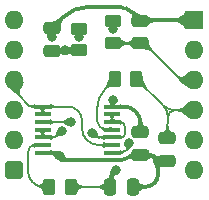
<source format=gtl>
%TF.GenerationSoftware,KiCad,Pcbnew,9.0.2*%
%TF.CreationDate,2025-06-16T21:16:06+02:00*%
%TF.ProjectId,W65C816 Latch,57363543-3831-4362-904c-617463682e6b,V1*%
%TF.SameCoordinates,Original*%
%TF.FileFunction,Copper,L1,Top*%
%TF.FilePolarity,Positive*%
%FSLAX46Y46*%
G04 Gerber Fmt 4.6, Leading zero omitted, Abs format (unit mm)*
G04 Created by KiCad (PCBNEW 9.0.2) date 2025-06-16 21:16:06*
%MOMM*%
%LPD*%
G01*
G04 APERTURE LIST*
G04 Aperture macros list*
%AMRoundRect*
0 Rectangle with rounded corners*
0 $1 Rounding radius*
0 $2 $3 $4 $5 $6 $7 $8 $9 X,Y pos of 4 corners*
0 Add a 4 corners polygon primitive as box body*
4,1,4,$2,$3,$4,$5,$6,$7,$8,$9,$2,$3,0*
0 Add four circle primitives for the rounded corners*
1,1,$1+$1,$2,$3*
1,1,$1+$1,$4,$5*
1,1,$1+$1,$6,$7*
1,1,$1+$1,$8,$9*
0 Add four rect primitives between the rounded corners*
20,1,$1+$1,$2,$3,$4,$5,0*
20,1,$1+$1,$4,$5,$6,$7,0*
20,1,$1+$1,$6,$7,$8,$9,0*
20,1,$1+$1,$8,$9,$2,$3,0*%
G04 Aperture macros list end*
%TA.AperFunction,ComponentPad*%
%ADD10O,1.600000X1.600000*%
%TD*%
%TA.AperFunction,ComponentPad*%
%ADD11RoundRect,0.400000X-0.400000X-0.400000X0.400000X-0.400000X0.400000X0.400000X-0.400000X0.400000X0*%
%TD*%
%TA.AperFunction,ComponentPad*%
%ADD12R,1.600000X1.600000*%
%TD*%
%TA.AperFunction,SMDPad,CuDef*%
%ADD13RoundRect,0.250000X0.262500X0.450000X-0.262500X0.450000X-0.262500X-0.450000X0.262500X-0.450000X0*%
%TD*%
%TA.AperFunction,SMDPad,CuDef*%
%ADD14RoundRect,0.250000X-0.475000X0.250000X-0.475000X-0.250000X0.475000X-0.250000X0.475000X0.250000X0*%
%TD*%
%TA.AperFunction,SMDPad,CuDef*%
%ADD15RoundRect,0.250000X0.475000X-0.250000X0.475000X0.250000X-0.475000X0.250000X-0.475000X-0.250000X0*%
%TD*%
%TA.AperFunction,SMDPad,CuDef*%
%ADD16RoundRect,0.250000X0.450000X-0.262500X0.450000X0.262500X-0.450000X0.262500X-0.450000X-0.262500X0*%
%TD*%
%TA.AperFunction,SMDPad,CuDef*%
%ADD17R,1.475000X0.450000*%
%TD*%
%TA.AperFunction,SMDPad,CuDef*%
%ADD18RoundRect,0.250000X-0.250000X-0.475000X0.250000X-0.475000X0.250000X0.475000X-0.250000X0.475000X0*%
%TD*%
%TA.AperFunction,ViaPad*%
%ADD19C,0.800000*%
%TD*%
%TA.AperFunction,Conductor*%
%ADD20C,0.350000*%
%TD*%
%TA.AperFunction,Conductor*%
%ADD21C,0.200000*%
%TD*%
G04 APERTURE END LIST*
D10*
%TO.P,J2,1,Pin_1*%
%TO.N,unconnected-(J2-Pin_1-Pad1)*%
X0Y0D03*
%TO.P,J2,2,Pin_2*%
%TO.N,unconnected-(J2-Pin_2-Pad2)*%
X0Y-2540000D03*
%TO.P,J2,3,Pin_3*%
%TO.N,~{PHI2}*%
X0Y-5080000D03*
%TO.P,J2,4,Pin_4*%
%TO.N,unconnected-(J2-Pin_4-Pad4)*%
X0Y-7620000D03*
%TO.P,J2,5,Pin_5*%
%TO.N,unconnected-(J2-Pin_5-Pad5)*%
X0Y-10160000D03*
D11*
%TO.P,J2,6,Pin_6*%
%TO.N,3.3V*%
X0Y-12700000D03*
D10*
%TO.P,J2,7,Pin_7*%
%TO.N,unconnected-(J2-Pin_7-Pad7)*%
X15240000Y-12700000D03*
%TO.P,J2,8,Pin_8*%
%TO.N,unconnected-(J2-Pin_8-Pad8)*%
X15240000Y-10160000D03*
%TO.P,J2,9,Pin_9*%
%TO.N,~{Data Output}*%
X15240000Y-7620000D03*
%TO.P,J2,10,Pin_10*%
%TO.N,Bank Latch*%
X15240000Y-5080000D03*
%TO.P,J2,11,Pin_11*%
%TO.N,unconnected-(J2-Pin_11-Pad11)*%
X15240000Y-2540000D03*
D12*
%TO.P,J2,12,Pin_12*%
%TO.N,GND*%
X15240000Y0D03*
%TD*%
D13*
%TO.P,R4,2*%
%TO.N,Net-(IC1-4Y)*%
X8509000Y-4953000D03*
%TO.P,R4,1*%
%TO.N,~{Data Output}*%
X10334000Y-4953000D03*
%TD*%
D14*
%TO.P,C5,1*%
%TO.N,~{Data Output}*%
X12954000Y-9988000D03*
%TO.P,C5,2*%
%TO.N,GND*%
X12954000Y-11888000D03*
%TD*%
D15*
%TO.P,C4,1*%
%TO.N,Bank Latch*%
X10668000Y-1950000D03*
%TO.P,C4,2*%
%TO.N,GND*%
X10668000Y-50000D03*
%TD*%
D16*
%TO.P,R3,1*%
%TO.N,Bank Latch*%
X8372000Y-1928500D03*
%TO.P,R3,2*%
%TO.N,Net-(IC1-3Y)*%
X8372000Y-103500D03*
%TD*%
D15*
%TO.P,C2,2*%
%TO.N,GND*%
X3175000Y-685000D03*
%TO.P,C2,1*%
%TO.N,/~{PHI2}_{2}*%
X3175000Y-2585000D03*
%TD*%
D13*
%TO.P,R2,2*%
%TO.N,Net-(IC1-2Y)*%
X2947500Y-14107000D03*
%TO.P,R2,1*%
%TO.N,/~{PHI2}_{3}*%
X4772500Y-14107000D03*
%TD*%
D17*
%TO.P,IC1,14,3V*%
%TO.N,3.3V*%
X8272000Y-7321000D03*
%TO.P,IC1,13,4B*%
%TO.N,/~{PHI2}_{3}*%
X8272000Y-7971000D03*
%TO.P,IC1,12,4A*%
X8272000Y-8621000D03*
%TO.P,IC1,11,4Y*%
%TO.N,Net-(IC1-4Y)*%
X8272000Y-9271000D03*
%TO.P,IC1,10,3B*%
%TO.N,/~{PHI2}_{3}*%
X8272000Y-9921000D03*
%TO.P,IC1,9,3A*%
%TO.N,~{PHI2}*%
X8272000Y-10571000D03*
%TO.P,IC1,8,3Y*%
%TO.N,Net-(IC1-3Y)*%
X8272000Y-11221000D03*
%TO.P,IC1,7,GND*%
%TO.N,GND*%
X2396000Y-11221000D03*
%TO.P,IC1,6,2Y*%
%TO.N,Net-(IC1-2Y)*%
X2396000Y-10571000D03*
%TO.P,IC1,5,2B*%
%TO.N,/~{PHI2}_{2}*%
X2396000Y-9921000D03*
%TO.P,IC1,4,2A*%
X2396000Y-9271000D03*
%TO.P,IC1,3,1Y*%
%TO.N,Net-(IC1-1Y)*%
X2396000Y-8621000D03*
%TO.P,IC1,2,1B*%
%TO.N,~{PHI2}*%
X2396000Y-7971000D03*
%TO.P,IC1,1,1A*%
X2396000Y-7321000D03*
%TD*%
D14*
%TO.P,C1,2*%
%TO.N,GND*%
X10668000Y-11380000D03*
%TO.P,C1,1*%
%TO.N,3.3V*%
X10668000Y-9480000D03*
%TD*%
D18*
%TO.P,C3,2*%
%TO.N,GND*%
X10033000Y-14097000D03*
%TO.P,C3,1*%
%TO.N,/~{PHI2}_{3}*%
X8133000Y-14097000D03*
%TD*%
D16*
%TO.P,R1,2*%
%TO.N,Net-(IC1-1Y)*%
X5451000Y-738500D03*
%TO.P,R1,1*%
%TO.N,/~{PHI2}_{2}*%
X5451000Y-2563500D03*
%TD*%
D19*
%TO.N,GND*%
X3175000Y-1435000D03*
X3828100Y-11538900D03*
%TO.N,Net-(IC1-3Y)*%
X8382000Y-762000D03*
X9697108Y-10439654D03*
%TO.N,/~{PHI2}_{2}*%
X4318000Y-2563500D03*
X4000000Y-9398000D03*
%TO.N,/~{PHI2}_{3}*%
X6604000Y-9525000D03*
%TO.N,Net-(IC1-1Y)*%
X4750000Y-8636000D03*
X5461000Y-1400998D03*
%TO.N,/~{PHI2}_{3}*%
X8575800Y-12705000D03*
%TO.N,3.3V*%
X8382300Y-6731000D03*
%TO.N,GND*%
X12142001Y-11888001D03*
%TD*%
D20*
%TO.N,3.3V*%
X10264500Y-7724500D02*
G75*
G03*
X9290364Y-7321015I-974100J-974100D01*
G01*
X10264500Y-7724500D02*
G75*
G02*
X10667985Y-8698635I-974100J-974100D01*
G01*
%TO.N,GND*%
X12142001Y-13098340D02*
G75*
G02*
X11849503Y-13804502I-998671J0D01*
G01*
X3669150Y-11379950D02*
G75*
G03*
X3285410Y-11220996I-383750J-383750D01*
G01*
X11849500Y-13804499D02*
G75*
G02*
X11143341Y-14097017I-706200J706199D01*
G01*
X10096500Y571499D02*
G75*
G03*
X8716776Y1142990I-1379700J-1379699D01*
G01*
X6295591Y1143000D02*
G75*
G03*
X4089002Y228997I9J-3120600D01*
G01*
X10224410Y-11380000D02*
G75*
G03*
X9640047Y-11622047I-10J-826400D01*
G01*
X9640050Y-11622050D02*
G75*
G02*
X9055689Y-11864096I-584350J584350D01*
G01*
X3990700Y-11701500D02*
G75*
G03*
X4383251Y-11864120I392600J392600D01*
G01*
X11888000Y-11634000D02*
G75*
G03*
X11274789Y-11380004I-613200J-613200D01*
G01*
D21*
%TO.N,Net-(IC1-1Y)*%
X4742500Y-8628500D02*
G75*
G03*
X4724393Y-8621003I-18100J-18100D01*
G01*
X5451000Y-1383929D02*
G75*
G03*
X5456008Y-1395991I17100J29D01*
G01*
%TO.N,Net-(IC1-2Y)*%
X1143000Y-12789113D02*
G75*
G03*
X1529001Y-13720999I1317890J3D01*
G01*
X1318500Y-10746500D02*
G75*
G03*
X1142998Y-11170194I423700J-423700D01*
G01*
X1549956Y-13741956D02*
G75*
G03*
X2431250Y-14106999I881294J881296D01*
G01*
X1742194Y-10571000D02*
G75*
G03*
X1318502Y-10746502I6J-599200D01*
G01*
%TO.N,Net-(IC1-4Y)*%
X7747000Y-5715000D02*
G75*
G03*
X6985013Y-7554630I1839600J-1839600D01*
G01*
X6985000Y-8468108D02*
G75*
G03*
X7220163Y-9035836I802900J8D01*
G01*
X7220161Y-9035838D02*
G75*
G03*
X7787891Y-9271003I567739J567738D01*
G01*
%TO.N,~{PHI2}*%
X6125880Y-10160119D02*
G75*
G03*
X7117833Y-10571003I991960J991959D01*
G01*
X1267280Y-7231480D02*
G75*
G03*
X1483400Y-7321012I216120J216080D01*
G01*
X0Y-5522100D02*
G75*
G03*
X312611Y-6276811I1067316J-3D01*
G01*
X5715000Y-9168166D02*
G75*
G03*
X6125879Y-10160120I1402830J-4D01*
G01*
X5375000Y-7661000D02*
G75*
G03*
X4554167Y-7321001I-820830J-820830D01*
G01*
X5375000Y-7661000D02*
G75*
G02*
X5714986Y-8481832I-820800J-820800D01*
G01*
X1736600Y-7321000D02*
X1483400Y-7321000D01*
%TO.N,Net-(IC1-3Y)*%
X9489178Y-11013070D02*
G75*
G02*
X8987193Y-11220998I-501978J501970D01*
G01*
X8372000Y-744928D02*
G75*
G03*
X8377008Y-756992I17100J28D01*
G01*
X9697108Y-10622398D02*
G75*
G02*
X9567895Y-10934368I-441208J-2D01*
G01*
%TO.N,~{Data Output}*%
X13001000Y-8729765D02*
G75*
G02*
X12977510Y-8786510I-80200J-35D01*
G01*
X12977500Y-8786500D02*
G75*
G03*
X12954014Y-8843234I56700J-56700D01*
G01*
X13001000Y-8191500D02*
G75*
G03*
X12596883Y-7215893I-1379700J0D01*
G01*
X13572500Y-7620000D02*
G75*
G03*
X13001000Y-8191500I0J-571500D01*
G01*
X12596888Y-7215888D02*
G75*
G03*
X13572500Y-7620007I975612J975588D01*
G01*
%TO.N,Bank Latch*%
X13748790Y-4690490D02*
G75*
G03*
X14689150Y-5080026I940410J940390D01*
G01*
%TO.N,/~{PHI2}_{3}*%
X9250150Y-8768850D02*
G75*
G03*
X8893208Y-8620996I-356950J-356950D01*
G01*
X6802000Y-9723000D02*
G75*
G03*
X7280014Y-9920994I478000J478000D01*
G01*
X8354400Y-12926400D02*
G75*
G03*
X8133003Y-13460906I534500J-534500D01*
G01*
X9398000Y-9506343D02*
G75*
G02*
X9276537Y-9799537I-414700J43D01*
G01*
X9276550Y-9799550D02*
G75*
G02*
X8983343Y-9921018I-293250J293250D01*
G01*
X9250150Y-8768850D02*
G75*
G02*
X9398004Y-9125791I-356950J-356950D01*
G01*
%TO.N,/~{PHI2}_{2}*%
X2396000Y-9596000D02*
G75*
G03*
X2721000Y-9921000I325000J0D01*
G01*
X3738500Y-9659500D02*
G75*
G02*
X3107183Y-9920993I-631300J631300D01*
G01*
%TO.N,Net-(IC1-1Y)*%
X4742500Y-8628500D02*
X4750000Y-8636000D01*
X4724393Y-8621000D02*
X2396000Y-8621000D01*
%TO.N,/~{PHI2}_{2}*%
X3738500Y-9659500D02*
X4000000Y-9398000D01*
X2721000Y-9921000D02*
X3107183Y-9921000D01*
D20*
%TO.N,GND*%
X3175000Y-1435000D02*
X3175000Y-685000D01*
X12142001Y-13098340D02*
X12142001Y-11888001D01*
X11143341Y-14097000D02*
X10033000Y-14097000D01*
X8716776Y1143000D02*
X6295591Y1143000D01*
X4089000Y228999D02*
X3175000Y-685000D01*
X10668000Y0D02*
X10096500Y571499D01*
D21*
%TO.N,Net-(IC1-2Y)*%
X2431250Y-14107000D02*
X2947500Y-14107000D01*
X1143000Y-12789113D02*
X1143000Y-11170194D01*
X1529000Y-13721000D02*
X1549956Y-13741956D01*
X1742194Y-10571000D02*
X2396000Y-10571000D01*
D20*
%TO.N,GND*%
X12142000Y-11888000D02*
X12954000Y-11888000D01*
X12142000Y-11888000D02*
X11888000Y-11634000D01*
X11060950Y-11380000D02*
X11274789Y-11380000D01*
%TO.N,3.3V*%
X10668000Y-8698635D02*
X10668000Y-9480000D01*
X8382300Y-7321000D02*
X9290364Y-7321000D01*
D21*
%TO.N,Net-(IC1-3Y)*%
X9489178Y-11013070D02*
X9567888Y-10934361D01*
X8987193Y-11221000D02*
X8272000Y-11221000D01*
X9697108Y-10439654D02*
X9697108Y-10622398D01*
%TO.N,/~{PHI2}_{3}*%
X9398000Y-9506343D02*
X9398000Y-9125791D01*
X8713550Y-9921000D02*
X8983343Y-9921000D01*
%TO.N,Net-(IC1-3Y)*%
X8377000Y-757000D02*
X8382000Y-762000D01*
X8372000Y-744928D02*
X8372000Y-103500D01*
%TO.N,Net-(IC1-1Y)*%
X5461000Y-1400998D02*
X5456000Y-1395999D01*
X5451000Y-1383929D02*
X5451000Y-738500D01*
%TO.N,~{PHI2}*%
X7117833Y-10571000D02*
X8272000Y-10571000D01*
X5715000Y-9168166D02*
X5715000Y-8481832D01*
X2396000Y-7321000D02*
X4554167Y-7321000D01*
X2396000Y-7321000D02*
X2396000Y-7971000D01*
%TO.N,/~{PHI2}_{2}*%
X2396000Y-9596000D02*
X2396000Y-9271000D01*
%TO.N,~{PHI2}*%
X1267280Y-7231480D02*
X312611Y-6276811D01*
%TO.N,/~{PHI2}_{2}*%
X4318000Y-2563500D02*
X3196500Y-2563500D01*
D20*
%TO.N,3.3V*%
X8382300Y-6731000D02*
X8382300Y-7321000D01*
D21*
%TO.N,Net-(IC1-4Y)*%
X6985000Y-7554630D02*
X6985000Y-8468108D01*
X7747000Y-5715000D02*
X8509000Y-4953000D01*
%TO.N,/~{PHI2}_{3}*%
X6802000Y-9723000D02*
X6604000Y-9525000D01*
X7830450Y-9921000D02*
X7280014Y-9921000D01*
%TO.N,~{Data Output}*%
X12954000Y-8843234D02*
X12954000Y-9988000D01*
X13001000Y-8729765D02*
X13001000Y-8191500D01*
%TO.N,~{PHI2}*%
X1736600Y-7321000D02*
X1876400Y-7321000D01*
%TO.N,~{Data Output}*%
X13572500Y-7620000D02*
X15240000Y-7620000D01*
X12596888Y-7215888D02*
X10334000Y-4953000D01*
%TO.N,Bank Latch*%
X13748790Y-4690490D02*
X11008300Y-1950000D01*
X10668000Y-1950000D02*
X8393500Y-1950000D01*
%TO.N,/~{PHI2}_{3}*%
X8272000Y-8621000D02*
X8272000Y-7971000D01*
X4772500Y-14107000D02*
X8123000Y-14107000D01*
X8354400Y-12926400D02*
X8575800Y-12705000D01*
X8133000Y-13460906D02*
X8133000Y-14097000D01*
%TO.N,/~{PHI2}_{2}*%
X4318000Y-2563500D02*
X5451000Y-2563500D01*
D20*
%TO.N,GND*%
X10668000Y0D02*
X14790000Y0D01*
X3828100Y-11538900D02*
X3990700Y-11701500D01*
X9055689Y-11864100D02*
X4383251Y-11864100D01*
X3669150Y-11379950D02*
X3828100Y-11538900D01*
X3285410Y-11221000D02*
X2396000Y-11221000D01*
%TD*%
%TA.AperFunction,Conductor*%
%TO.N,GND*%
G36*
X3150656Y-11046481D02*
G01*
X3457458Y-11058649D01*
X3459084Y-11058830D01*
X3696684Y-11102553D01*
X3696955Y-11102606D01*
X3894837Y-11144210D01*
X3902228Y-11149266D01*
X3903911Y-11157914D01*
X3830038Y-11534118D01*
X3825081Y-11541576D01*
X3825044Y-11541601D01*
X3505849Y-11754241D01*
X3497064Y-11755976D01*
X3489625Y-11750991D01*
X3489255Y-11750398D01*
X3442758Y-11670655D01*
X3442294Y-11669773D01*
X3404340Y-11589171D01*
X3381907Y-11540488D01*
X3331757Y-11461311D01*
X3301845Y-11435041D01*
X3301843Y-11435039D01*
X3264171Y-11415148D01*
X3264169Y-11415147D01*
X3209378Y-11400893D01*
X3209379Y-11400893D01*
X3149408Y-11396752D01*
X3141391Y-11392764D01*
X3138514Y-11385080D01*
X3138514Y-11058173D01*
X3141941Y-11049900D01*
X3150214Y-11046473D01*
X3150656Y-11046481D01*
G37*
%TD.AperFunction*%
%TD*%
%TA.AperFunction,Conductor*%
%TO.N,GND*%
G36*
X9970187Y-11062213D02*
G01*
X10598478Y-11347500D01*
X10653860Y-11372647D01*
X10659976Y-11379188D01*
X10659676Y-11388137D01*
X10657503Y-11391361D01*
X10202901Y-11869584D01*
X10194717Y-11873219D01*
X10186360Y-11870003D01*
X10184808Y-11868192D01*
X10157706Y-11829126D01*
X10118169Y-11792081D01*
X10074470Y-11765822D01*
X10017547Y-11746782D01*
X9958190Y-11739808D01*
X9880147Y-11745458D01*
X9880141Y-11745459D01*
X9805888Y-11763586D01*
X9734467Y-11792155D01*
X9734465Y-11792157D01*
X9734461Y-11792158D01*
X9734459Y-11792160D01*
X9694678Y-11814937D01*
X9688296Y-11818591D01*
X9679414Y-11819727D01*
X9672755Y-11814937D01*
X9490855Y-11542703D01*
X9489108Y-11533920D01*
X9494055Y-11526494D01*
X9538467Y-11496643D01*
X9747716Y-11347500D01*
X9870734Y-11232610D01*
X9935951Y-11137573D01*
X9954052Y-11069846D01*
X9959498Y-11062739D01*
X9968376Y-11061565D01*
X9970187Y-11062213D01*
G37*
%TD.AperFunction*%
%TD*%
%TA.AperFunction,Conductor*%
%TO.N,GND*%
G36*
X4166520Y-11326844D02*
G01*
X4166921Y-11327490D01*
X4214664Y-11410361D01*
X4215174Y-11411354D01*
X4253197Y-11494869D01*
X4253241Y-11494966D01*
X4275571Y-11545221D01*
X4324373Y-11623917D01*
X4324374Y-11623918D01*
X4324376Y-11623921D01*
X4353860Y-11650126D01*
X4391133Y-11669991D01*
X4445307Y-11684211D01*
X4504495Y-11688340D01*
X4512509Y-11692335D01*
X4515380Y-11700012D01*
X4515380Y-12026869D01*
X4511953Y-12035142D01*
X4503680Y-12038569D01*
X4503162Y-12038558D01*
X4209637Y-12025556D01*
X4207933Y-12025354D01*
X3987742Y-11982759D01*
X3987484Y-11982706D01*
X3761275Y-11933645D01*
X3753916Y-11928543D01*
X3752274Y-11919957D01*
X3795464Y-11700012D01*
X3826161Y-11543680D01*
X3831118Y-11536223D01*
X4150297Y-11323593D01*
X4159081Y-11321859D01*
X4166520Y-11326844D01*
G37*
%TD.AperFunction*%
%TD*%
%TA.AperFunction,Conductor*%
%TO.N,GND*%
G36*
X11351487Y-11006306D02*
G01*
X11352335Y-11008171D01*
X11373581Y-11068461D01*
X11429233Y-11140512D01*
X11429234Y-11140513D01*
X11507159Y-11209828D01*
X11507161Y-11209829D01*
X11507164Y-11209832D01*
X11507170Y-11209837D01*
X11599839Y-11275050D01*
X11599844Y-11275053D01*
X11599851Y-11275058D01*
X11799527Y-11387881D01*
X11799536Y-11387885D01*
X11799549Y-11387892D01*
X11953558Y-11461230D01*
X11959554Y-11467880D01*
X11959091Y-11476823D01*
X11956946Y-11479919D01*
X11730703Y-11714272D01*
X11722491Y-11717844D01*
X11717773Y-11716941D01*
X11707114Y-11712485D01*
X11578816Y-11682109D01*
X11578814Y-11682109D01*
X11575548Y-11682151D01*
X11456796Y-11683699D01*
X11456789Y-11683700D01*
X11359510Y-11714480D01*
X11287043Y-11772115D01*
X11287042Y-11772116D01*
X11259667Y-11812113D01*
X11259661Y-11812123D01*
X11244899Y-11846476D01*
X11238484Y-11852723D01*
X11229530Y-11852605D01*
X11226609Y-11850802D01*
X10680155Y-11390158D01*
X10676038Y-11382205D01*
X10678750Y-11373671D01*
X10681939Y-11371026D01*
X11335549Y-11001872D01*
X11344435Y-11000788D01*
X11351487Y-11006306D01*
G37*
%TD.AperFunction*%
%TD*%
%TA.AperFunction,Conductor*%
%TO.N,GND*%
G36*
X11563356Y-11244053D02*
G01*
X11665981Y-11269124D01*
X11667120Y-11269464D01*
X11753877Y-11300285D01*
X11755327Y-11300914D01*
X11885771Y-11368422D01*
X12025416Y-11439797D01*
X12110434Y-11469190D01*
X12209146Y-11493054D01*
X12216383Y-11498328D01*
X12217878Y-11506680D01*
X12143920Y-11883411D01*
X12138963Y-11890869D01*
X12138922Y-11890897D01*
X11819878Y-12103262D01*
X11811092Y-12104993D01*
X11803655Y-12100005D01*
X11803215Y-12099289D01*
X11767703Y-12036604D01*
X11766996Y-12035122D01*
X11739684Y-11965719D01*
X11739194Y-11964159D01*
X11721717Y-11890869D01*
X11708558Y-11835682D01*
X11708494Y-11835396D01*
X11694571Y-11769094D01*
X11661657Y-11685832D01*
X11636510Y-11654339D01*
X11636508Y-11654338D01*
X11636508Y-11654337D01*
X11622724Y-11643497D01*
X11602045Y-11627236D01*
X11586248Y-11619697D01*
X11550939Y-11602846D01*
X11550927Y-11602842D01*
X11493758Y-11587295D01*
X11486674Y-11581817D01*
X11485353Y-11573725D01*
X11549117Y-11253138D01*
X11554092Y-11245694D01*
X11562874Y-11243947D01*
X11563356Y-11244053D01*
G37*
%TD.AperFunction*%
%TD*%
%TA.AperFunction,Conductor*%
%TO.N,Net-(IC1-2Y)*%
G36*
X2353445Y-10560877D02*
G01*
X2360780Y-10566013D01*
X2362336Y-10574831D01*
X2357200Y-10582167D01*
X2354330Y-10583490D01*
X1671478Y-10792036D01*
X1662565Y-10791175D01*
X1656871Y-10784263D01*
X1656490Y-10782579D01*
X1653269Y-10761073D01*
X1653269Y-10761072D01*
X1639135Y-10738015D01*
X1639134Y-10738014D01*
X1639132Y-10738013D01*
X1593525Y-10719516D01*
X1593524Y-10719516D01*
X1540393Y-10724499D01*
X1540391Y-10724499D01*
X1540383Y-10724501D01*
X1507316Y-10734329D01*
X1498409Y-10733401D01*
X1493851Y-10728964D01*
X1405616Y-10576138D01*
X1404447Y-10567260D01*
X1409898Y-10560156D01*
X1412016Y-10559199D01*
X1436354Y-10551016D01*
X1580694Y-10494603D01*
X1640532Y-10450371D01*
X1654749Y-10415954D01*
X1661074Y-10409618D01*
X1668090Y-10409000D01*
X2353445Y-10560877D01*
G37*
%TD.AperFunction*%
%TD*%
%TA.AperFunction,Conductor*%
%TO.N,Net-(IC1-4Y)*%
G36*
X7399124Y-9049243D02*
G01*
X7422042Y-9058215D01*
X7488037Y-9084050D01*
X7488043Y-9084052D01*
X7488046Y-9084053D01*
X7581826Y-9105098D01*
X7685392Y-9116333D01*
X7735221Y-9116849D01*
X7812721Y-9117652D01*
X7812722Y-9117651D01*
X7812735Y-9117652D01*
X7950376Y-9107419D01*
X8113412Y-9083184D01*
X8271136Y-9049239D01*
X8279944Y-9050848D01*
X8285035Y-9058215D01*
X8285277Y-9061369D01*
X8273388Y-9262142D01*
X8269478Y-9270198D01*
X8263514Y-9273010D01*
X7543363Y-9385516D01*
X7534660Y-9383407D01*
X7530863Y-9378701D01*
X7514623Y-9342085D01*
X7514622Y-9342084D01*
X7514622Y-9342083D01*
X7464678Y-9301750D01*
X7464669Y-9301745D01*
X7332613Y-9236364D01*
X7291786Y-9217805D01*
X7285673Y-9211262D01*
X7285977Y-9202312D01*
X7286894Y-9200663D01*
X7385135Y-9053637D01*
X7392578Y-9048664D01*
X7399124Y-9049243D01*
G37*
%TD.AperFunction*%
%TD*%
%TA.AperFunction,Conductor*%
%TO.N,~{PHI2}*%
G36*
X772406Y-5233632D02*
G01*
X779847Y-5238612D01*
X781588Y-5247396D01*
X781420Y-5248116D01*
X744279Y-5387567D01*
X743852Y-5388862D01*
X691168Y-5521974D01*
X690623Y-5523155D01*
X616289Y-5663145D01*
X572733Y-5745176D01*
X570098Y-5750138D01*
X469369Y-5942640D01*
X436721Y-6059783D01*
X441446Y-6168114D01*
X441447Y-6168116D01*
X459598Y-6225629D01*
X459608Y-6225651D01*
X490030Y-6285567D01*
X490041Y-6285586D01*
X538966Y-6354804D01*
X538969Y-6354808D01*
X598302Y-6420304D01*
X601317Y-6428736D01*
X597904Y-6436432D01*
X472823Y-6561513D01*
X464550Y-6564940D01*
X456277Y-6561513D01*
X456089Y-6561321D01*
X177906Y-6270077D01*
X177786Y-6269949D01*
X110942Y-6197829D01*
X110934Y-6197821D01*
X110922Y-6197808D01*
X42132Y-6131198D01*
X-80986Y-6011981D01*
X-80989Y-6011978D01*
X-231830Y-5893246D01*
X-231831Y-5893245D01*
X-435049Y-5751726D01*
X-439880Y-5744186D01*
X-438099Y-5735637D01*
X-207006Y-5388862D01*
X-5050Y-5085811D01*
X2387Y-5080828D01*
X6972Y-5080826D01*
X772406Y-5233632D01*
G37*
%TD.AperFunction*%
%TD*%
%TA.AperFunction,Conductor*%
%TO.N,~{PHI2}*%
G36*
X1671705Y-7100027D02*
G01*
X2360265Y-7309830D01*
X2367179Y-7315518D01*
X2368046Y-7324431D01*
X2362357Y-7331346D01*
X2360264Y-7332213D01*
X1671883Y-7541922D01*
X1662970Y-7541055D01*
X1657281Y-7534140D01*
X1656974Y-7532888D01*
X1651454Y-7503478D01*
X1651453Y-7503473D01*
X1635259Y-7474916D01*
X1635257Y-7474914D01*
X1600554Y-7446544D01*
X1600549Y-7446541D01*
X1558619Y-7430215D01*
X1491619Y-7422230D01*
X1483810Y-7417848D01*
X1481307Y-7410338D01*
X1483137Y-7332213D01*
X1485488Y-7231844D01*
X1489108Y-7223655D01*
X1496545Y-7220437D01*
X1522502Y-7219018D01*
X1595129Y-7199243D01*
X1640947Y-7160150D01*
X1653806Y-7131830D01*
X1656705Y-7109701D01*
X1661178Y-7101944D01*
X1669826Y-7099621D01*
X1671705Y-7100027D01*
G37*
%TD.AperFunction*%
%TD*%
%TA.AperFunction,Conductor*%
%TO.N,Net-(IC1-3Y)*%
G36*
X9004881Y-11000992D02*
G01*
X9010573Y-11007904D01*
X9010812Y-11008819D01*
X9016917Y-11036717D01*
X9016918Y-11036719D01*
X9032666Y-11060555D01*
X9032669Y-11060558D01*
X9069199Y-11082744D01*
X9079372Y-11084654D01*
X9113200Y-11091007D01*
X9182739Y-11085929D01*
X9191240Y-11088744D01*
X9194400Y-11093121D01*
X9262267Y-11256966D01*
X9262267Y-11265920D01*
X9255935Y-11272252D01*
X9253903Y-11272885D01*
X9188076Y-11286954D01*
X9083077Y-11323363D01*
X9083077Y-11323364D01*
X9027466Y-11364837D01*
X9013189Y-11403078D01*
X9007085Y-11409630D01*
X8999290Y-11410311D01*
X8311208Y-11231793D01*
X8304060Y-11226398D01*
X8302821Y-11217530D01*
X8308216Y-11210382D01*
X8310721Y-11209281D01*
X8995968Y-11000130D01*
X9004881Y-11000992D01*
G37*
%TD.AperFunction*%
%TD*%
%TA.AperFunction,Conductor*%
%TO.N,Net-(IC1-3Y)*%
G36*
X9698903Y-10442224D02*
G01*
X9702160Y-10445485D01*
X9913092Y-10762847D01*
X9913904Y-10766982D01*
X9914918Y-10771063D01*
X9914758Y-10771328D01*
X9914818Y-10771634D01*
X9910299Y-10778734D01*
X9907415Y-10780864D01*
X9907321Y-10780933D01*
X9756020Y-10890380D01*
X9756009Y-10890389D01*
X9643355Y-10998984D01*
X9568161Y-11075377D01*
X9559915Y-11078869D01*
X9551615Y-11075507D01*
X9551550Y-11075442D01*
X9475093Y-10998984D01*
X9425507Y-10949397D01*
X9422081Y-10941126D01*
X9424290Y-10934284D01*
X9464504Y-10878522D01*
X9470607Y-10823060D01*
X9452515Y-10780864D01*
X9448144Y-10770670D01*
X9445466Y-10766982D01*
X9408566Y-10716157D01*
X9408381Y-10715894D01*
X9342648Y-10619907D01*
X9341316Y-10617323D01*
X9309492Y-10530507D01*
X9309862Y-10521560D01*
X9316450Y-10515495D01*
X9318175Y-10515008D01*
X9690118Y-10440489D01*
X9698903Y-10442224D01*
G37*
%TD.AperFunction*%
%TD*%
%TA.AperFunction,Conductor*%
%TO.N,Bank Latch*%
G36*
X15080535Y-4299955D02*
G01*
X15086179Y-4306908D01*
X15086439Y-4307953D01*
X15239755Y-5075941D01*
X15238014Y-5084725D01*
X15238001Y-5084744D01*
X14802158Y-5735302D01*
X14794706Y-5740268D01*
X14785926Y-5738510D01*
X14785775Y-5738408D01*
X14504102Y-5543281D01*
X14503558Y-5542880D01*
X14303427Y-5386388D01*
X14302701Y-5385771D01*
X14143871Y-5239258D01*
X14143419Y-5238818D01*
X13976010Y-5066796D01*
X13976010Y-5066795D01*
X13683516Y-4766842D01*
X13680194Y-4758527D01*
X13683619Y-4750402D01*
X13809181Y-4624840D01*
X13817453Y-4621414D01*
X13825101Y-4624260D01*
X13916509Y-4703216D01*
X13916510Y-4703216D01*
X13916513Y-4703219D01*
X14007994Y-4755466D01*
X14093299Y-4778109D01*
X14138611Y-4776576D01*
X14174407Y-4775367D01*
X14174412Y-4775366D01*
X14174414Y-4775366D01*
X14253324Y-4751455D01*
X14332017Y-4710594D01*
X14496689Y-4594890D01*
X14717809Y-4441286D01*
X14719223Y-4440445D01*
X14896987Y-4351175D01*
X14898883Y-4350424D01*
X15071631Y-4299030D01*
X15080535Y-4299955D01*
G37*
%TD.AperFunction*%
%TD*%
%TA.AperFunction,Conductor*%
%TO.N,/~{PHI2}_{3}*%
G36*
X9007439Y-8485724D02*
G01*
X9012180Y-8492530D01*
X9015329Y-8505073D01*
X9031448Y-8527484D01*
X9086360Y-8569352D01*
X9229471Y-8637667D01*
X9265528Y-8653412D01*
X9271739Y-8659863D01*
X9271568Y-8668816D01*
X9269333Y-8672188D01*
X9148873Y-8799115D01*
X9140692Y-8802757D01*
X9135564Y-8801721D01*
X9121172Y-8795210D01*
X9121164Y-8795207D01*
X9063497Y-8780565D01*
X9026618Y-8792590D01*
X9014139Y-8812933D01*
X9011403Y-8832430D01*
X9006860Y-8840147D01*
X8998191Y-8842390D01*
X8996396Y-8841993D01*
X8316788Y-8634226D01*
X8309879Y-8628530D01*
X8309020Y-8619616D01*
X8314716Y-8612707D01*
X8318048Y-8611539D01*
X8998676Y-8483881D01*
X9007439Y-8485724D01*
G37*
%TD.AperFunction*%
%TD*%
%TA.AperFunction,Conductor*%
%TO.N,/~{PHI2}_{3}*%
G36*
X6942277Y-9313040D02*
G01*
X6942756Y-9313824D01*
X6977596Y-9376249D01*
X6978319Y-9377803D01*
X7005353Y-9449094D01*
X7005822Y-9450650D01*
X7036536Y-9585860D01*
X7036567Y-9585998D01*
X7056314Y-9678055D01*
X7090659Y-9752134D01*
X7090660Y-9752135D01*
X7116238Y-9778444D01*
X7150294Y-9798892D01*
X7200610Y-9814163D01*
X7200613Y-9814163D01*
X7200616Y-9814164D01*
X7229873Y-9817052D01*
X7255289Y-9819562D01*
X7263185Y-9823785D01*
X7265835Y-9831491D01*
X7261504Y-10008454D01*
X7257876Y-10016641D01*
X7249522Y-10019864D01*
X7249111Y-10019847D01*
X6957303Y-10002439D01*
X6955852Y-10002261D01*
X6730762Y-9960224D01*
X6730511Y-9960174D01*
X6537271Y-9919683D01*
X6529876Y-9914633D01*
X6528189Y-9905980D01*
X6602062Y-9529755D01*
X6607018Y-9522300D01*
X6926056Y-9309787D01*
X6934838Y-9308054D01*
X6942277Y-9313040D01*
G37*
%TD.AperFunction*%
%TD*%
%TA.AperFunction,Conductor*%
%TO.N,/~{PHI2}_{3}*%
G36*
X8295104Y-12861433D02*
G01*
X8297321Y-12863171D01*
X8422755Y-12988605D01*
X8426182Y-12996878D01*
X8425364Y-13001175D01*
X8414704Y-13028166D01*
X8414704Y-13028167D01*
X8395755Y-13159288D01*
X8411633Y-13291932D01*
X8411634Y-13291934D01*
X8455993Y-13399574D01*
X8455995Y-13399576D01*
X8523349Y-13477557D01*
X8601283Y-13519501D01*
X8606944Y-13526440D01*
X8606041Y-13535349D01*
X8604683Y-13537345D01*
X8143260Y-14084696D01*
X8135308Y-14088813D01*
X8126774Y-14086100D01*
X8124072Y-14082808D01*
X7761350Y-13425437D01*
X7760355Y-13416539D01*
X7765943Y-13409542D01*
X7768023Y-13408645D01*
X7834219Y-13387464D01*
X7907209Y-13340585D01*
X7980636Y-13276291D01*
X8076919Y-13170528D01*
X8085432Y-13159287D01*
X8103564Y-13135341D01*
X8164096Y-13055408D01*
X8279039Y-12865385D01*
X8286251Y-12860083D01*
X8295104Y-12861433D01*
G37*
%TD.AperFunction*%
%TD*%
%TA.AperFunction,Conductor*%
%TO.N,/~{PHI2}_{3}*%
G36*
X8571211Y-12703080D02*
G01*
X8578668Y-12708037D01*
X8578696Y-12708078D01*
X8791023Y-13027065D01*
X8792754Y-13035851D01*
X8787766Y-13043288D01*
X8786995Y-13043759D01*
X8719503Y-13081516D01*
X8717903Y-13082258D01*
X8643622Y-13110147D01*
X8641933Y-13110640D01*
X8503956Y-13139847D01*
X8503679Y-13139902D01*
X8424522Y-13154673D01*
X8424518Y-13154673D01*
X8342082Y-13187152D01*
X8342079Y-13187154D01*
X8310463Y-13212653D01*
X8283235Y-13247601D01*
X8283232Y-13247606D01*
X8258720Y-13299267D01*
X8258719Y-13299272D01*
X8243080Y-13356877D01*
X8237606Y-13363964D01*
X8229507Y-13365287D01*
X8055537Y-13330684D01*
X8048091Y-13325709D01*
X8046343Y-13316929D01*
X8113218Y-12980478D01*
X8181210Y-12638410D01*
X8186184Y-12630966D01*
X8194938Y-12629212D01*
X8571211Y-12703080D01*
G37*
%TD.AperFunction*%
%TD*%
%TA.AperFunction,Conductor*%
%TO.N,/~{PHI2}_{3}*%
G36*
X9004481Y-9701115D02*
G01*
X9010175Y-9708027D01*
X9010649Y-9710522D01*
X9011209Y-9717612D01*
X9020684Y-9744679D01*
X9036832Y-9762450D01*
X9081692Y-9776297D01*
X9130895Y-9771554D01*
X9160783Y-9763100D01*
X9169675Y-9764145D01*
X9174098Y-9768508D01*
X9262332Y-9921320D01*
X9263501Y-9930198D01*
X9258050Y-9937302D01*
X9255825Y-9938294D01*
X9233695Y-9945505D01*
X9233660Y-9945517D01*
X9087017Y-10001718D01*
X9027468Y-10045644D01*
X9027467Y-10045645D01*
X9013262Y-10080205D01*
X9006948Y-10086554D01*
X8999847Y-10087166D01*
X8345005Y-9938294D01*
X8314024Y-9931250D01*
X8306718Y-9926075D01*
X8305210Y-9917248D01*
X8310386Y-9909941D01*
X8313200Y-9908652D01*
X8995570Y-9700254D01*
X9004481Y-9701115D01*
G37*
%TD.AperFunction*%
%TD*%
%TA.AperFunction,Conductor*%
%TO.N,/~{PHI2}_{2}*%
G36*
X2493847Y-9475899D02*
G01*
X2497196Y-9482828D01*
X2503518Y-9537523D01*
X2529359Y-9627326D01*
X2567652Y-9678180D01*
X2567653Y-9678181D01*
X2581379Y-9685615D01*
X2591824Y-9691272D01*
X2595659Y-9691893D01*
X2598494Y-9692353D01*
X2606113Y-9697058D01*
X2608172Y-9705773D01*
X2604914Y-9712157D01*
X2404291Y-9913672D01*
X2396026Y-9917117D01*
X2387745Y-9913708D01*
X2387709Y-9913672D01*
X2186116Y-9711183D01*
X2182707Y-9702902D01*
X2186152Y-9694637D01*
X2191943Y-9691490D01*
X2219235Y-9685615D01*
X2251480Y-9660772D01*
X2273693Y-9625776D01*
X2294696Y-9543435D01*
X2295789Y-9483957D01*
X2299367Y-9475748D01*
X2307487Y-9472472D01*
X2485574Y-9472472D01*
X2493847Y-9475899D01*
G37*
%TD.AperFunction*%
%TD*%
%TA.AperFunction,Conductor*%
%TO.N,/~{PHI2}_{2}*%
G36*
X3129512Y-9700798D02*
G01*
X3135203Y-9707712D01*
X3135563Y-9709267D01*
X3138840Y-9729646D01*
X3153249Y-9754643D01*
X3193509Y-9781565D01*
X3193511Y-9781566D01*
X3225026Y-9788453D01*
X3244307Y-9792668D01*
X3325874Y-9789632D01*
X3334268Y-9792749D01*
X3337783Y-9799042D01*
X3372505Y-9973615D01*
X3370758Y-9982397D01*
X3363312Y-9987372D01*
X3363039Y-9987423D01*
X3302355Y-9998000D01*
X3204723Y-10029570D01*
X3204719Y-10029572D01*
X3151400Y-10069687D01*
X3151399Y-10069690D01*
X3137113Y-10110084D01*
X3131124Y-10116741D01*
X3123037Y-10117480D01*
X2434354Y-9931800D01*
X2427258Y-9926337D01*
X2426103Y-9917457D01*
X2431566Y-9910361D01*
X2433985Y-9909312D01*
X3120599Y-9699934D01*
X3129512Y-9700798D01*
G37*
%TD.AperFunction*%
%TD*%
%TA.AperFunction,Conductor*%
%TO.N,/~{PHI2}_{2}*%
G36*
X3677183Y-9182364D02*
G01*
X3678343Y-9183043D01*
X3996861Y-9394916D01*
X4001851Y-9402352D01*
X4001862Y-9402404D01*
X4075770Y-9778776D01*
X4074001Y-9787554D01*
X4066543Y-9792511D01*
X4066486Y-9792522D01*
X3913582Y-9821754D01*
X3913572Y-9821757D01*
X3893101Y-9825709D01*
X3797181Y-9844227D01*
X3640247Y-9886447D01*
X3640237Y-9886450D01*
X3430414Y-9967321D01*
X3421462Y-9967099D01*
X3415397Y-9960881D01*
X3347206Y-9796250D01*
X3347206Y-9787296D01*
X3352291Y-9781568D01*
X3453577Y-9724761D01*
X3515577Y-9654641D01*
X3545827Y-9575583D01*
X3560922Y-9486881D01*
X3567566Y-9441287D01*
X3567785Y-9440175D01*
X3600521Y-9307477D01*
X3601459Y-9304959D01*
X3661442Y-9187465D01*
X3668256Y-9181655D01*
X3677183Y-9182364D01*
G37*
%TD.AperFunction*%
%TD*%
%TA.AperFunction,Conductor*%
%TO.N,Net-(IC1-1Y)*%
G36*
X3128689Y-8401048D02*
G01*
X3134378Y-8407963D01*
X3134440Y-8408175D01*
X3143606Y-8440428D01*
X3143606Y-8440429D01*
X3143608Y-8440431D01*
X3163517Y-8466919D01*
X3208314Y-8495372D01*
X3261999Y-8511740D01*
X3347919Y-8519984D01*
X3355826Y-8524186D01*
X3358500Y-8531631D01*
X3358500Y-8710086D01*
X3355073Y-8718359D01*
X3347613Y-8721758D01*
X3286239Y-8726032D01*
X3286234Y-8726033D01*
X3200875Y-8750009D01*
X3151329Y-8788956D01*
X3138228Y-8814642D01*
X3138228Y-8814643D01*
X3135519Y-8832604D01*
X3130897Y-8840274D01*
X3122205Y-8842428D01*
X3120540Y-8842051D01*
X2636144Y-8694469D01*
X2431733Y-8632191D01*
X2424819Y-8626503D01*
X2423952Y-8617590D01*
X2429641Y-8610675D01*
X2431732Y-8609808D01*
X3119776Y-8400181D01*
X3128689Y-8401048D01*
G37*
%TD.AperFunction*%
%TD*%
%TA.AperFunction,Conductor*%
%TO.N,Net-(IC1-1Y)*%
G36*
X4668928Y-8247980D02*
G01*
X4674264Y-8255171D01*
X4674385Y-8255705D01*
X4750036Y-8631218D01*
X4748310Y-8640005D01*
X4748281Y-8640049D01*
X4534515Y-8958540D01*
X4527059Y-8963500D01*
X4518280Y-8961735D01*
X4517957Y-8961510D01*
X4378668Y-8861068D01*
X4279000Y-8789887D01*
X4278997Y-8789886D01*
X4278998Y-8789886D01*
X4278996Y-8789885D01*
X4235391Y-8770897D01*
X4168123Y-8741604D01*
X4168116Y-8741602D01*
X4077935Y-8726076D01*
X3968893Y-8721473D01*
X3960771Y-8717700D01*
X3957686Y-8709783D01*
X3957686Y-8531833D01*
X3961113Y-8523560D01*
X3968487Y-8520168D01*
X3985750Y-8518838D01*
X4092031Y-8510654D01*
X4092034Y-8510653D01*
X4092037Y-8510653D01*
X4191899Y-8482906D01*
X4269952Y-8442698D01*
X4338877Y-8394970D01*
X4380149Y-8365464D01*
X4381132Y-8364837D01*
X4504689Y-8294772D01*
X4506382Y-8293986D01*
X4579848Y-8266846D01*
X4581027Y-8266481D01*
X4660071Y-8246667D01*
X4668928Y-8247980D01*
G37*
%TD.AperFunction*%
%TD*%
%TA.AperFunction,Conductor*%
%TO.N,GND*%
G36*
X3183239Y-692173D02*
G01*
X3656735Y-1161907D01*
X3660195Y-1170166D01*
X3656801Y-1178453D01*
X3649431Y-1181875D01*
X3598318Y-1185979D01*
X3598314Y-1185979D01*
X3598313Y-1185980D01*
X3535805Y-1200451D01*
X3535803Y-1200452D01*
X3480965Y-1223562D01*
X3480964Y-1223562D01*
X3437004Y-1253036D01*
X3436998Y-1253041D01*
X3398915Y-1292440D01*
X3372650Y-1335483D01*
X3355332Y-1386385D01*
X3355331Y-1386390D01*
X3351143Y-1424576D01*
X3346835Y-1432426D01*
X3339513Y-1435000D01*
X3010878Y-1435000D01*
X3002605Y-1431573D01*
X2999209Y-1424151D01*
X2999120Y-1422935D01*
X2997659Y-1402894D01*
X2991916Y-1386385D01*
X2968042Y-1317757D01*
X2968040Y-1317754D01*
X2968040Y-1317753D01*
X2906612Y-1247926D01*
X2890684Y-1237835D01*
X2863839Y-1220826D01*
X2813555Y-1200452D01*
X2811307Y-1199541D01*
X2766741Y-1189569D01*
X2748691Y-1185530D01*
X2700577Y-1181937D01*
X2692582Y-1177903D01*
X2689780Y-1169398D01*
X2693207Y-1161964D01*
X3166760Y-692173D01*
X3175047Y-688780D01*
X3183239Y-692173D01*
G37*
%TD.AperFunction*%
%TD*%
%TA.AperFunction,Conductor*%
%TO.N,GND*%
G36*
X3089450Y-539620D02*
G01*
X3089764Y-539923D01*
X3321024Y-771183D01*
X3324451Y-779456D01*
X3321656Y-787045D01*
X3290592Y-823495D01*
X3290588Y-823501D01*
X3269215Y-863921D01*
X3262478Y-901014D01*
X3262478Y-901017D01*
X3268323Y-935691D01*
X3303467Y-991790D01*
X3309532Y-1001471D01*
X3376382Y-1068606D01*
X3376390Y-1068614D01*
X3453678Y-1145901D01*
X3454882Y-1147312D01*
X3526650Y-1246430D01*
X3528169Y-1249294D01*
X3562662Y-1344168D01*
X3562268Y-1353114D01*
X3555664Y-1359162D01*
X3553964Y-1359638D01*
X3176594Y-1435245D01*
X3171990Y-1435243D01*
X2793529Y-1359144D01*
X2786093Y-1354154D01*
X2784253Y-1346017D01*
X2824227Y-1066858D01*
X2832507Y-991770D01*
X2832661Y-990777D01*
X2861553Y-847613D01*
X2862150Y-845611D01*
X2887330Y-782581D01*
X2888018Y-781153D01*
X2925362Y-715486D01*
X2926184Y-714235D01*
X2989891Y-629776D01*
X2990631Y-628893D01*
X3072916Y-540236D01*
X3081055Y-536504D01*
X3089450Y-539620D01*
G37*
%TD.AperFunction*%
%TD*%
%TA.AperFunction,Conductor*%
%TO.N,GND*%
G36*
X12484470Y-11955995D02*
G01*
X12522362Y-11963629D01*
X12529795Y-11968623D01*
X12531521Y-11977410D01*
X12531416Y-11977880D01*
X12508086Y-12073212D01*
X12507769Y-12074282D01*
X12478341Y-12158703D01*
X12477817Y-12159964D01*
X12414980Y-12289321D01*
X12414847Y-12289586D01*
X12379842Y-12357241D01*
X12379835Y-12357256D01*
X12334860Y-12487078D01*
X12334857Y-12487089D01*
X12321733Y-12572841D01*
X12317493Y-12669130D01*
X12313705Y-12677244D01*
X12305804Y-12680315D01*
X11978039Y-12680315D01*
X11969766Y-12676888D01*
X11966359Y-12669296D01*
X11959104Y-12544835D01*
X11946990Y-12487082D01*
X11937782Y-12443187D01*
X11906591Y-12362389D01*
X11869143Y-12289564D01*
X11869012Y-12289301D01*
X11804252Y-12155153D01*
X11803733Y-12153894D01*
X11775332Y-12071252D01*
X11775036Y-12070237D01*
X11752565Y-11977867D01*
X11753939Y-11969019D01*
X11761167Y-11963734D01*
X11761597Y-11963637D01*
X12139693Y-11887466D01*
X12144309Y-11887466D01*
X12484470Y-11955995D01*
G37*
%TD.AperFunction*%
%TD*%
%TA.AperFunction,Conductor*%
%TO.N,GND*%
G36*
X10527538Y-13614104D02*
G01*
X10530914Y-13621013D01*
X10534633Y-13651935D01*
X10552778Y-13701886D01*
X10552779Y-13701887D01*
X10580818Y-13745856D01*
X10580822Y-13745860D01*
X10627489Y-13793031D01*
X10627495Y-13793036D01*
X10683932Y-13831845D01*
X10769729Y-13871950D01*
X10859425Y-13899350D01*
X10859441Y-13899352D01*
X10859445Y-13899354D01*
X10906147Y-13907887D01*
X10954207Y-13916669D01*
X11022091Y-13921261D01*
X11030113Y-13925238D01*
X11033000Y-13932934D01*
X11033000Y-14260799D01*
X11029573Y-14269072D01*
X11021811Y-14272488D01*
X10985953Y-14274055D01*
X10825863Y-14303519D01*
X10693282Y-14356885D01*
X10601727Y-14424489D01*
X10601726Y-14424490D01*
X10547516Y-14503415D01*
X10547514Y-14503419D01*
X10533335Y-14547822D01*
X10530663Y-14572575D01*
X10526368Y-14580432D01*
X10517775Y-14582951D01*
X10510725Y-14579559D01*
X10207648Y-14274055D01*
X10040173Y-14105239D01*
X10036780Y-14096953D01*
X10040173Y-14088760D01*
X10510994Y-13614168D01*
X10519251Y-13610710D01*
X10527538Y-13614104D01*
G37*
%TD.AperFunction*%
%TD*%
%TA.AperFunction,Conductor*%
%TO.N,GND*%
G36*
X3908603Y280207D02*
G01*
X4140044Y48766D01*
X4143471Y40493D01*
X4140211Y32392D01*
X4126432Y18038D01*
X4126430Y18035D01*
X4126426Y18030D01*
X4006334Y-137854D01*
X3919986Y-299293D01*
X3919983Y-299302D01*
X3876436Y-442389D01*
X3871145Y-563834D01*
X3871145Y-563839D01*
X3895959Y-652647D01*
X3894885Y-661537D01*
X3887839Y-667063D01*
X3884991Y-667491D01*
X3182341Y-685500D01*
X3173983Y-682286D01*
X3171224Y-678263D01*
X3166625Y-667107D01*
X2974425Y-200843D01*
X2974440Y-191889D01*
X2980783Y-185568D01*
X2985024Y-184688D01*
X2999036Y-184433D01*
X3095978Y-173793D01*
X3128524Y-166228D01*
X3193608Y-151100D01*
X3193609Y-151099D01*
X3193616Y-151098D01*
X3311483Y-109886D01*
X3426637Y-56696D01*
X3471485Y-31041D01*
X3561680Y20549D01*
X3561684Y20552D01*
X3685677Y105198D01*
X3685683Y105202D01*
X3804724Y199751D01*
X3892402Y280538D01*
X3900808Y283624D01*
X3908603Y280207D01*
G37*
%TD.AperFunction*%
%TD*%
%TA.AperFunction,Conductor*%
%TO.N,GND*%
G36*
X10097441Y808921D02*
G01*
X10098147Y808334D01*
X10159857Y752774D01*
X10159858Y752773D01*
X10341641Y621415D01*
X10341645Y621412D01*
X10529411Y525172D01*
X10711255Y468482D01*
X10868299Y451686D01*
X10876161Y447398D01*
X10878689Y438808D01*
X10877803Y435430D01*
X10672027Y-43085D01*
X10665611Y-49332D01*
X10660617Y-50144D01*
X10234836Y-26014D01*
X9961537Y-10526D01*
X9953472Y-6638D01*
X9950519Y1816D01*
X9951947Y6791D01*
X9960990Y23231D01*
X9988289Y89793D01*
X10003754Y154964D01*
X10008733Y226259D01*
X10002338Y293935D01*
X9983127Y367228D01*
X9954353Y432673D01*
X9916647Y492242D01*
X9881982Y531913D01*
X9879119Y540396D01*
X9881511Y546732D01*
X9938817Y621415D01*
X10081037Y806761D01*
X10088792Y811239D01*
X10097441Y808921D01*
G37*
%TD.AperFunction*%
%TD*%
%TA.AperFunction,Conductor*%
%TO.N,Net-(IC1-2Y)*%
G36*
X2481040Y-13561678D02*
G01*
X2941000Y-14098822D01*
X2943778Y-14107334D01*
X2939979Y-14115092D01*
X2453709Y-14556740D01*
X2445281Y-14559765D01*
X2437182Y-14555945D01*
X2434301Y-14549996D01*
X2425742Y-14498473D01*
X2425742Y-14498471D01*
X2398804Y-14438197D01*
X2359185Y-14380545D01*
X2295158Y-14312751D01*
X2219961Y-14251484D01*
X2219960Y-14251483D01*
X2219956Y-14251480D01*
X2127654Y-14191698D01*
X2034591Y-14143881D01*
X2034578Y-14143876D01*
X1904480Y-14099190D01*
X1897769Y-14093262D01*
X1897216Y-14084324D01*
X1897849Y-14082828D01*
X1978991Y-13923577D01*
X1985800Y-13917764D01*
X1990328Y-13917227D01*
X2029336Y-13920295D01*
X2039352Y-13921083D01*
X2039352Y-13921082D01*
X2039355Y-13921083D01*
X2101819Y-13914323D01*
X2168789Y-13896757D01*
X2289842Y-13837315D01*
X2382040Y-13755236D01*
X2441000Y-13657195D01*
X2460722Y-13566793D01*
X2465833Y-13559442D01*
X2474647Y-13557857D01*
X2481040Y-13561678D01*
G37*
%TD.AperFunction*%
%TD*%
%TA.AperFunction,Conductor*%
%TO.N,GND*%
G36*
X12231869Y-11498582D02*
G01*
X12268877Y-11507639D01*
X12327212Y-11521915D01*
X12328282Y-11522232D01*
X12348073Y-11529130D01*
X12412715Y-11551664D01*
X12413953Y-11552178D01*
X12543374Y-11615046D01*
X12543532Y-11615125D01*
X12611250Y-11650163D01*
X12741083Y-11695142D01*
X12826845Y-11708268D01*
X12923131Y-11712507D01*
X12931244Y-11716295D01*
X12934315Y-11724196D01*
X12934315Y-12051962D01*
X12930888Y-12060235D01*
X12923296Y-12063642D01*
X12798835Y-12070896D01*
X12697189Y-12092218D01*
X12616396Y-12123406D01*
X12616393Y-12123408D01*
X12543579Y-12160850D01*
X12543315Y-12160982D01*
X12409161Y-12225744D01*
X12407878Y-12226272D01*
X12325263Y-12254665D01*
X12324226Y-12254968D01*
X12231868Y-12277436D01*
X12223019Y-12276062D01*
X12217734Y-12268834D01*
X12217632Y-12268379D01*
X12141466Y-11890309D01*
X12141466Y-11885692D01*
X12217629Y-11507638D01*
X12222623Y-11500206D01*
X12231410Y-11498480D01*
X12231869Y-11498582D01*
G37*
%TD.AperFunction*%
%TD*%
%TA.AperFunction,Conductor*%
%TO.N,3.3V*%
G36*
X10834993Y-8567098D02*
G01*
X10839661Y-8574666D01*
X10861388Y-8706873D01*
X10861390Y-8706881D01*
X10911637Y-8826346D01*
X10980245Y-8912511D01*
X10980246Y-8912512D01*
X11064318Y-8965364D01*
X11064323Y-8965367D01*
X11112826Y-8979467D01*
X11142381Y-8982367D01*
X11150280Y-8986585D01*
X11152882Y-8995154D01*
X11149488Y-9002307D01*
X10676385Y-9472802D01*
X10668103Y-9476206D01*
X10659905Y-9472822D01*
X10185613Y-9003474D01*
X10182143Y-8995219D01*
X10185527Y-8986928D01*
X10193092Y-8983482D01*
X10207142Y-8982580D01*
X10265190Y-8970078D01*
X10315581Y-8948602D01*
X10365373Y-8914140D01*
X10405918Y-8871946D01*
X10444918Y-8811472D01*
X10471584Y-8747524D01*
X10488383Y-8678328D01*
X10492653Y-8626870D01*
X10496752Y-8618911D01*
X10502480Y-8616285D01*
X10826286Y-8565007D01*
X10834993Y-8567098D01*
G37*
%TD.AperFunction*%
%TD*%
%TA.AperFunction,Conductor*%
%TO.N,3.3V*%
G36*
X9005550Y-7100785D02*
G01*
X9011239Y-7107700D01*
X9011603Y-7109280D01*
X9013910Y-7123849D01*
X9026151Y-7143229D01*
X9068180Y-7161682D01*
X9123168Y-7161547D01*
X9123707Y-7161546D01*
X9123707Y-7161545D01*
X9180710Y-7153023D01*
X9180883Y-7152998D01*
X9221287Y-7147724D01*
X9229933Y-7150051D01*
X9234402Y-7157811D01*
X9234500Y-7159326D01*
X9234500Y-7482673D01*
X9231073Y-7490946D01*
X9222800Y-7494373D01*
X9221285Y-7494275D01*
X9181040Y-7489021D01*
X9180626Y-7488959D01*
X9152996Y-7484339D01*
X9152981Y-7484338D01*
X9071507Y-7479871D01*
X9071503Y-7479872D01*
X9071502Y-7479872D01*
X9035478Y-7494373D01*
X9027295Y-7497667D01*
X9014224Y-7517313D01*
X9011671Y-7532815D01*
X9006945Y-7540421D01*
X8998225Y-7542457D01*
X8996717Y-7542105D01*
X8307734Y-7332191D01*
X8300819Y-7326502D01*
X8299952Y-7317589D01*
X8305641Y-7310674D01*
X8307723Y-7309811D01*
X8996639Y-7099918D01*
X9005550Y-7100785D01*
G37*
%TD.AperFunction*%
%TD*%
%TA.AperFunction,Conductor*%
%TO.N,Net-(IC1-3Y)*%
G36*
X8379835Y-110532D02*
G01*
X8868425Y-583517D01*
X8871985Y-591733D01*
X8868693Y-600061D01*
X8860792Y-603612D01*
X8655644Y-612470D01*
X8540360Y-633297D01*
X8487013Y-665616D01*
X8487012Y-665617D01*
X8473373Y-689406D01*
X8473371Y-689410D01*
X8470389Y-712334D01*
X8465924Y-720095D01*
X8463264Y-721634D01*
X8297098Y-790456D01*
X8288143Y-790455D01*
X8281811Y-784123D01*
X8281316Y-782659D01*
X8271153Y-744316D01*
X8245905Y-710176D01*
X8245903Y-710174D01*
X8219817Y-689410D01*
X8208543Y-680436D01*
X8208541Y-680435D01*
X8208540Y-680434D01*
X8149645Y-651191D01*
X8149631Y-651185D01*
X8075903Y-628679D01*
X8075905Y-628679D01*
X8019760Y-619109D01*
X7977346Y-611879D01*
X7977342Y-611878D01*
X7977332Y-611877D01*
X7977334Y-611877D01*
X7889289Y-606047D01*
X7881260Y-602081D01*
X7878388Y-593600D01*
X7881843Y-586046D01*
X7884405Y-583517D01*
X8363480Y-110610D01*
X8371773Y-107238D01*
X8379835Y-110532D01*
G37*
%TD.AperFunction*%
%TD*%
%TA.AperFunction,Conductor*%
%TO.N,Net-(IC1-3Y)*%
G36*
X8469461Y-106927D02*
G01*
X8472852Y-114277D01*
X8480221Y-207438D01*
X8480221Y-207440D01*
X8480222Y-207442D01*
X8503630Y-280505D01*
X8503632Y-280511D01*
X8540351Y-336274D01*
X8540352Y-336276D01*
X8588516Y-388304D01*
X8614032Y-414759D01*
X8614730Y-415551D01*
X8706598Y-529833D01*
X8709110Y-538428D01*
X8704809Y-546282D01*
X8703999Y-546878D01*
X8388520Y-758623D01*
X8379741Y-760388D01*
X8375480Y-758623D01*
X8059891Y-546805D01*
X8054931Y-539349D01*
X8056696Y-530570D01*
X8057187Y-529893D01*
X8160579Y-398538D01*
X8160787Y-398285D01*
X8206508Y-344107D01*
X8206507Y-344107D01*
X8206510Y-344105D01*
X8252792Y-258100D01*
X8267099Y-191864D01*
X8271387Y-114551D01*
X8275267Y-106481D01*
X8283069Y-103500D01*
X8461188Y-103500D01*
X8469461Y-106927D01*
G37*
%TD.AperFunction*%
%TD*%
%TA.AperFunction,Conductor*%
%TO.N,Net-(IC1-1Y)*%
G36*
X5458835Y-745532D02*
G01*
X5947853Y-1218962D01*
X5951413Y-1227179D01*
X5948121Y-1235506D01*
X5940254Y-1239056D01*
X5734457Y-1248546D01*
X5619611Y-1270700D01*
X5566047Y-1304088D01*
X5566044Y-1304090D01*
X5552393Y-1328225D01*
X5552392Y-1328226D01*
X5549387Y-1351328D01*
X5544921Y-1359089D01*
X5542263Y-1360627D01*
X5375963Y-1429517D01*
X5367008Y-1429518D01*
X5360676Y-1423186D01*
X5360210Y-1421832D01*
X5348601Y-1379929D01*
X5348600Y-1379928D01*
X5332642Y-1359089D01*
X5322198Y-1345450D01*
X5322196Y-1345449D01*
X5322196Y-1345448D01*
X5283623Y-1315326D01*
X5283619Y-1315324D01*
X5283618Y-1315323D01*
X5224146Y-1286016D01*
X5150189Y-1263410D01*
X5053556Y-1246792D01*
X4968230Y-1241063D01*
X4960206Y-1237090D01*
X4957341Y-1228606D01*
X4960796Y-1221063D01*
X4962925Y-1218962D01*
X5442479Y-745610D01*
X5450773Y-742238D01*
X5458835Y-745532D01*
G37*
%TD.AperFunction*%
%TD*%
%TA.AperFunction,Conductor*%
%TO.N,Net-(IC1-1Y)*%
G36*
X5548453Y-741927D02*
G01*
X5551844Y-749288D01*
X5559219Y-843585D01*
X5559219Y-843587D01*
X5582662Y-917496D01*
X5582664Y-917500D01*
X5582665Y-917501D01*
X5619511Y-974008D01*
X5667936Y-1026874D01*
X5677826Y-1037227D01*
X5692046Y-1052114D01*
X5692717Y-1052880D01*
X5785627Y-1168834D01*
X5788125Y-1177433D01*
X5783812Y-1185281D01*
X5783016Y-1185865D01*
X5467520Y-1397621D01*
X5458741Y-1399386D01*
X5454480Y-1397621D01*
X5138863Y-1185784D01*
X5133903Y-1178328D01*
X5135668Y-1169549D01*
X5136154Y-1168878D01*
X5239014Y-1037466D01*
X5239209Y-1037227D01*
X5285371Y-981993D01*
X5285372Y-981992D01*
X5285372Y-981991D01*
X5285376Y-981987D01*
X5331741Y-895052D01*
X5346093Y-827992D01*
X5350394Y-749559D01*
X5354268Y-741486D01*
X5362076Y-738500D01*
X5540180Y-738500D01*
X5548453Y-741927D01*
G37*
%TD.AperFunction*%
%TD*%
%TA.AperFunction,Conductor*%
%TO.N,~{PHI2}*%
G36*
X7547455Y-10349947D02*
G01*
X7928262Y-10465968D01*
X8236265Y-10559808D01*
X8243180Y-10565497D01*
X8244047Y-10574410D01*
X8238358Y-10581325D01*
X8236265Y-10582192D01*
X7548223Y-10791818D01*
X7539310Y-10790951D01*
X7533621Y-10784036D01*
X7533559Y-10783824D01*
X7524393Y-10751571D01*
X7524393Y-10751570D01*
X7504482Y-10725080D01*
X7486430Y-10713614D01*
X7459686Y-10696628D01*
X7459684Y-10696627D01*
X7459682Y-10696626D01*
X7406003Y-10680260D01*
X7405988Y-10680257D01*
X7320082Y-10672014D01*
X7312174Y-10667813D01*
X7309500Y-10660368D01*
X7309500Y-10481913D01*
X7312927Y-10473640D01*
X7320384Y-10470242D01*
X7381760Y-10465968D01*
X7467125Y-10441990D01*
X7516672Y-10403042D01*
X7529772Y-10377356D01*
X7532480Y-10359394D01*
X7537102Y-10351726D01*
X7545794Y-10349571D01*
X7547455Y-10349947D01*
G37*
%TD.AperFunction*%
%TD*%
%TA.AperFunction,Conductor*%
%TO.N,~{PHI2}*%
G36*
X3128689Y-7101048D02*
G01*
X3134378Y-7107963D01*
X3134440Y-7108175D01*
X3143606Y-7140428D01*
X3143606Y-7140429D01*
X3143608Y-7140431D01*
X3163517Y-7166919D01*
X3208314Y-7195372D01*
X3261999Y-7211740D01*
X3347919Y-7219984D01*
X3355826Y-7224186D01*
X3358500Y-7231631D01*
X3358500Y-7410086D01*
X3355073Y-7418359D01*
X3347613Y-7421758D01*
X3286239Y-7426032D01*
X3286234Y-7426033D01*
X3200875Y-7450009D01*
X3151329Y-7488956D01*
X3138227Y-7514645D01*
X3138226Y-7514646D01*
X3135519Y-7532604D01*
X3130897Y-7540273D01*
X3122205Y-7542428D01*
X3120540Y-7542051D01*
X2636144Y-7394469D01*
X2431733Y-7332191D01*
X2424819Y-7326503D01*
X2423952Y-7317590D01*
X2429641Y-7310675D01*
X2431732Y-7309808D01*
X3119776Y-7100181D01*
X3128689Y-7101048D01*
G37*
%TD.AperFunction*%
%TD*%
%TA.AperFunction,Conductor*%
%TO.N,~{PHI2}*%
G36*
X2493359Y-7524427D02*
G01*
X2496758Y-7531887D01*
X2501032Y-7593260D01*
X2501033Y-7593265D01*
X2525009Y-7678624D01*
X2554375Y-7715982D01*
X2563958Y-7728172D01*
X2589644Y-7741272D01*
X2589645Y-7741272D01*
X2589647Y-7741273D01*
X2598145Y-7742554D01*
X2605816Y-7747175D01*
X2607971Y-7755866D01*
X2604693Y-7762378D01*
X2404290Y-7963672D01*
X2396026Y-7967117D01*
X2387746Y-7963709D01*
X2186970Y-7762041D01*
X2183562Y-7753761D01*
X2187007Y-7745496D01*
X2192064Y-7742533D01*
X2215428Y-7735893D01*
X2215429Y-7735893D01*
X2215429Y-7735892D01*
X2215431Y-7735892D01*
X2241919Y-7715983D01*
X2270372Y-7671186D01*
X2286740Y-7617501D01*
X2286740Y-7617495D01*
X2286742Y-7617488D01*
X2294986Y-7531582D01*
X2299187Y-7523674D01*
X2306632Y-7521000D01*
X2485086Y-7521000D01*
X2493359Y-7524427D01*
G37*
%TD.AperFunction*%
%TD*%
%TA.AperFunction,Conductor*%
%TO.N,~{PHI2}*%
G36*
X2404253Y-7328290D02*
G01*
X2604693Y-7529621D01*
X2605028Y-7529957D01*
X2608437Y-7538238D01*
X2604992Y-7546503D01*
X2599936Y-7549466D01*
X2576570Y-7556106D01*
X2550080Y-7576017D01*
X2521626Y-7620816D01*
X2521626Y-7620817D01*
X2505260Y-7674496D01*
X2505257Y-7674511D01*
X2497014Y-7760418D01*
X2492813Y-7768326D01*
X2485368Y-7771000D01*
X2306914Y-7771000D01*
X2298641Y-7767573D01*
X2295242Y-7760113D01*
X2294673Y-7751956D01*
X2290968Y-7698740D01*
X2266990Y-7613375D01*
X2228042Y-7563828D01*
X2202356Y-7550728D01*
X2202355Y-7550727D01*
X2202354Y-7550727D01*
X2193852Y-7549445D01*
X2186183Y-7544823D01*
X2184028Y-7536131D01*
X2187305Y-7529622D01*
X2387710Y-7328326D01*
X2395974Y-7324882D01*
X2404253Y-7328290D01*
G37*
%TD.AperFunction*%
%TD*%
%TA.AperFunction,Conductor*%
%TO.N,/~{PHI2}_{2}*%
G36*
X2403965Y-9278321D02*
G01*
X2404000Y-9278356D01*
X2603435Y-9477733D01*
X2606863Y-9486005D01*
X2603437Y-9494279D01*
X2597820Y-9497401D01*
X2558852Y-9506488D01*
X2530017Y-9523347D01*
X2499358Y-9569454D01*
X2499356Y-9569459D01*
X2493541Y-9609167D01*
X2488952Y-9616857D01*
X2485580Y-9618599D01*
X2316423Y-9673561D01*
X2307496Y-9672859D01*
X2301681Y-9666049D01*
X2301143Y-9663335D01*
X2299068Y-9636267D01*
X2276135Y-9560665D01*
X2276134Y-9560663D01*
X2235046Y-9513616D01*
X2235041Y-9513612D01*
X2206762Y-9500703D01*
X2206756Y-9500701D01*
X2195017Y-9499127D01*
X2187272Y-9494631D01*
X2184976Y-9485976D01*
X2188262Y-9479295D01*
X2387419Y-9278392D01*
X2395677Y-9274930D01*
X2403965Y-9278321D01*
G37*
%TD.AperFunction*%
%TD*%
%TA.AperFunction,Conductor*%
%TO.N,/~{PHI2}_{2}*%
G36*
X3750614Y-2115161D02*
G01*
X3752205Y-2117623D01*
X3776248Y-2167636D01*
X3820263Y-2224180D01*
X3875680Y-2275118D01*
X3955785Y-2329932D01*
X4044448Y-2375738D01*
X4147055Y-2415705D01*
X4247667Y-2443846D01*
X4389798Y-2462183D01*
X4397564Y-2466640D01*
X4400000Y-2473787D01*
X4400000Y-2652207D01*
X4396573Y-2660480D01*
X4388716Y-2663900D01*
X4371423Y-2664515D01*
X4371422Y-2664515D01*
X4289515Y-2676006D01*
X4198153Y-2699859D01*
X4198150Y-2699860D01*
X4198147Y-2699861D01*
X4024529Y-2773325D01*
X3888149Y-2865327D01*
X3888139Y-2865335D01*
X3796437Y-2964137D01*
X3796433Y-2964142D01*
X3752301Y-3052669D01*
X3745543Y-3058544D01*
X3736610Y-3057920D01*
X3734301Y-3056404D01*
X3184640Y-2593952D01*
X3180516Y-2586004D01*
X3183220Y-2577468D01*
X3184641Y-2576047D01*
X3318412Y-2463500D01*
X3734130Y-2113739D01*
X3742665Y-2111036D01*
X3750614Y-2115161D01*
G37*
%TD.AperFunction*%
%TD*%
%TA.AperFunction,Conductor*%
%TO.N,/~{PHI2}_{2}*%
G36*
X4236916Y-2175488D02*
G01*
X4242263Y-2182671D01*
X4242388Y-2183222D01*
X4318534Y-2561189D01*
X4318534Y-2565811D01*
X4242430Y-2943570D01*
X4237436Y-2951003D01*
X4228649Y-2952729D01*
X4227906Y-2952553D01*
X4125786Y-2924942D01*
X4124128Y-2924357D01*
X4037069Y-2886050D01*
X4035200Y-2885015D01*
X3905291Y-2796643D01*
X3905209Y-2796586D01*
X3807644Y-2727835D01*
X3807643Y-2727834D01*
X3693062Y-2681568D01*
X3617667Y-2668258D01*
X3617658Y-2668257D01*
X3536781Y-2664073D01*
X3528696Y-2660224D01*
X3525686Y-2652389D01*
X3525686Y-2474284D01*
X3529113Y-2466011D01*
X3536434Y-2462623D01*
X3660120Y-2452542D01*
X3759713Y-2423188D01*
X3837180Y-2380713D01*
X3905236Y-2330394D01*
X3955646Y-2292219D01*
X3956788Y-2291458D01*
X4076652Y-2221638D01*
X4078424Y-2220797D01*
X4150182Y-2193905D01*
X4151411Y-2193521D01*
X4228059Y-2174188D01*
X4236916Y-2175488D01*
G37*
%TD.AperFunction*%
%TD*%
%TA.AperFunction,Conductor*%
%TO.N,3.3V*%
G36*
X8550981Y-6874427D02*
G01*
X8554408Y-6882700D01*
X8554128Y-6885241D01*
X8550522Y-6901433D01*
X8540944Y-6944439D01*
X8540913Y-6944573D01*
X8520257Y-7032413D01*
X8520256Y-7032423D01*
X8524936Y-7078208D01*
X8537504Y-7091275D01*
X8538239Y-7091687D01*
X8543779Y-7098723D01*
X8542721Y-7107615D01*
X8539756Y-7111083D01*
X8281233Y-7314726D01*
X8272613Y-7317153D01*
X8264802Y-7312775D01*
X8264769Y-7312733D01*
X8108224Y-7112125D01*
X8105836Y-7103494D01*
X8110250Y-7095703D01*
X8115918Y-7093327D01*
X8136224Y-7090651D01*
X8166118Y-7075925D01*
X8186885Y-7053799D01*
X8200089Y-7026253D01*
X8210060Y-6962812D01*
X8208535Y-6901432D01*
X8207794Y-6883174D01*
X8210882Y-6874769D01*
X8219009Y-6871010D01*
X8219484Y-6871000D01*
X8542708Y-6871000D01*
X8550981Y-6874427D01*
G37*
%TD.AperFunction*%
%TD*%
%TA.AperFunction,Conductor*%
%TO.N,3.3V*%
G36*
X8760972Y-6806329D02*
G01*
X8768418Y-6811299D01*
X8770169Y-6820081D01*
X8769610Y-6822013D01*
X8749294Y-6874702D01*
X8747927Y-6877252D01*
X8705377Y-6937377D01*
X8704067Y-6938924D01*
X8598856Y-7043297D01*
X8598706Y-7043443D01*
X8542889Y-7096868D01*
X8542886Y-7096872D01*
X8526210Y-7127009D01*
X8526211Y-7127010D01*
X8540168Y-7141126D01*
X8574190Y-7144856D01*
X8582039Y-7149164D01*
X8584614Y-7156486D01*
X8584614Y-7483617D01*
X8581187Y-7491890D01*
X8572914Y-7495317D01*
X8572252Y-7495298D01*
X8494643Y-7490897D01*
X8492948Y-7490676D01*
X8421534Y-7475990D01*
X8419394Y-7475331D01*
X8382023Y-7459772D01*
X8362859Y-7451793D01*
X8360605Y-7450546D01*
X8315594Y-7418710D01*
X8313744Y-7417083D01*
X8276954Y-7377118D01*
X8275781Y-7375614D01*
X8244344Y-7327720D01*
X8243617Y-7326445D01*
X8185426Y-7207611D01*
X8185323Y-7207395D01*
X8148443Y-7127995D01*
X8055044Y-6962666D01*
X8053959Y-6953777D01*
X8058715Y-6947193D01*
X8377270Y-6733700D01*
X8386048Y-6731942D01*
X8760972Y-6806329D01*
G37*
%TD.AperFunction*%
%TD*%
%TA.AperFunction,Conductor*%
%TO.N,Net-(IC1-4Y)*%
G36*
X8011475Y-4746873D02*
G01*
X8502723Y-4949408D01*
X8509064Y-4955729D01*
X8509955Y-4959822D01*
X8533219Y-5636925D01*
X8530078Y-5645311D01*
X8521928Y-5649020D01*
X8518308Y-5648576D01*
X8442628Y-5626925D01*
X8442623Y-5626924D01*
X8353817Y-5615020D01*
X8327093Y-5614814D01*
X8264746Y-5614336D01*
X8264745Y-5614336D01*
X8264739Y-5614336D01*
X8169595Y-5624855D01*
X8169580Y-5624858D01*
X8078787Y-5645504D01*
X8078784Y-5645505D01*
X7921064Y-5709925D01*
X7921054Y-5709931D01*
X7826730Y-5778822D01*
X7818028Y-5780934D01*
X7811681Y-5777770D01*
X7741777Y-5709931D01*
X7683275Y-5653158D01*
X7679725Y-5644938D01*
X7682681Y-5636989D01*
X7723436Y-5591167D01*
X7781738Y-5508818D01*
X7836140Y-5412742D01*
X7926585Y-5190411D01*
X7980929Y-4958582D01*
X7995345Y-4756855D01*
X7999353Y-4748848D01*
X8007849Y-4746020D01*
X8011475Y-4746873D01*
G37*
%TD.AperFunction*%
%TD*%
%TA.AperFunction,Conductor*%
%TO.N,/~{PHI2}_{3}*%
G36*
X7547455Y-9699947D02*
G01*
X7928262Y-9815968D01*
X8236265Y-9909808D01*
X8243180Y-9915497D01*
X8244047Y-9924410D01*
X8238358Y-9931325D01*
X8236265Y-9932192D01*
X7548223Y-10141818D01*
X7539310Y-10140951D01*
X7533621Y-10134036D01*
X7533559Y-10133824D01*
X7524393Y-10101571D01*
X7524393Y-10101570D01*
X7504482Y-10075080D01*
X7486430Y-10063614D01*
X7459686Y-10046628D01*
X7459684Y-10046627D01*
X7459682Y-10046626D01*
X7406003Y-10030260D01*
X7405988Y-10030257D01*
X7320082Y-10022014D01*
X7312174Y-10017813D01*
X7309500Y-10010368D01*
X7309500Y-9831913D01*
X7312927Y-9823640D01*
X7320384Y-9820242D01*
X7381760Y-9815968D01*
X7467125Y-9791990D01*
X7516672Y-9753042D01*
X7529772Y-9727356D01*
X7532480Y-9709394D01*
X7537102Y-9701726D01*
X7545794Y-9699571D01*
X7547455Y-9699947D01*
G37*
%TD.AperFunction*%
%TD*%
%TA.AperFunction,Conductor*%
%TO.N,~{Data Output}*%
G36*
X13051422Y-8991427D02*
G01*
X13054816Y-8998820D01*
X13057548Y-9035062D01*
X13099997Y-9184798D01*
X13100000Y-9184805D01*
X13173949Y-9320166D01*
X13261557Y-9416801D01*
X13354989Y-9473411D01*
X13432389Y-9488702D01*
X13439841Y-9493667D01*
X13441599Y-9502448D01*
X13438361Y-9508486D01*
X12962240Y-9980825D01*
X12953953Y-9984219D01*
X12945760Y-9980825D01*
X12471422Y-9510256D01*
X12467962Y-9501997D01*
X12471356Y-9493710D01*
X12478397Y-9490319D01*
X12507293Y-9487177D01*
X12507294Y-9487176D01*
X12507299Y-9487176D01*
X12557262Y-9471695D01*
X12557266Y-9471693D01*
X12557267Y-9471693D01*
X12614338Y-9440932D01*
X12614344Y-9440929D01*
X12665903Y-9399509D01*
X12720736Y-9338279D01*
X12766706Y-9268942D01*
X12806405Y-9188631D01*
X12834468Y-9109042D01*
X12852413Y-8997836D01*
X12857115Y-8990215D01*
X12863964Y-8988000D01*
X13043149Y-8988000D01*
X13051422Y-8991427D01*
G37*
%TD.AperFunction*%
%TD*%
%TA.AperFunction,Conductor*%
%TO.N,~{Data Output}*%
G36*
X14802051Y-6964565D02*
G01*
X14802376Y-6965027D01*
X15236640Y-7613490D01*
X15238397Y-7622271D01*
X15236640Y-7626510D01*
X14802318Y-8275059D01*
X14794868Y-8280027D01*
X14786087Y-8278270D01*
X14785705Y-8278004D01*
X14591286Y-8136294D01*
X14590692Y-8135830D01*
X14436565Y-8007504D01*
X14258815Y-7865294D01*
X14258814Y-7865293D01*
X14117595Y-7788538D01*
X14117591Y-7788536D01*
X14117590Y-7788536D01*
X14034506Y-7760477D01*
X14034504Y-7760476D01*
X13938449Y-7739613D01*
X13938438Y-7739611D01*
X13809978Y-7724951D01*
X13666697Y-7720362D01*
X13658538Y-7716672D01*
X13655372Y-7708668D01*
X13655372Y-7531336D01*
X13658799Y-7523063D01*
X13666702Y-7519642D01*
X13808090Y-7515180D01*
X13935286Y-7500907D01*
X14041853Y-7477462D01*
X14132685Y-7445127D01*
X14212677Y-7404183D01*
X14286722Y-7354911D01*
X14436548Y-7232508D01*
X14548325Y-7138310D01*
X14548858Y-7137888D01*
X14785684Y-6962140D01*
X14794368Y-6959963D01*
X14802051Y-6964565D01*
G37*
%TD.AperFunction*%
%TD*%
%TA.AperFunction,Conductor*%
%TO.N,~{Data Output}*%
G36*
X10840214Y-4747013D02*
G01*
X10846536Y-4753356D01*
X10847401Y-4757175D01*
X10853118Y-4861589D01*
X10853118Y-4861590D01*
X10873948Y-4982520D01*
X10906908Y-5104833D01*
X10906914Y-5104852D01*
X10955256Y-5239129D01*
X10955263Y-5239146D01*
X10955264Y-5239147D01*
X11013297Y-5368402D01*
X11146788Y-5596784D01*
X11262546Y-5738618D01*
X11265123Y-5747194D01*
X11261755Y-5754289D01*
X11135877Y-5880167D01*
X11127604Y-5883594D01*
X11119545Y-5880376D01*
X11110564Y-5871842D01*
X11110561Y-5871839D01*
X11040917Y-5816982D01*
X10954888Y-5763475D01*
X10954881Y-5763471D01*
X10764695Y-5678378D01*
X10584588Y-5633258D01*
X10584573Y-5633256D01*
X10432128Y-5626773D01*
X10432121Y-5626774D01*
X10323865Y-5649874D01*
X10315058Y-5648249D01*
X10309981Y-5640874D01*
X10309730Y-5638030D01*
X10311147Y-5596789D01*
X10333034Y-4959829D01*
X10336742Y-4951682D01*
X10340263Y-4949419D01*
X10831262Y-4746998D01*
X10840214Y-4747013D01*
G37*
%TD.AperFunction*%
%TD*%
%TA.AperFunction,Conductor*%
%TO.N,Bank Latch*%
G36*
X11389482Y-1840620D02*
G01*
X11394137Y-1848270D01*
X11394219Y-1848910D01*
X11404420Y-1951788D01*
X11435621Y-2052766D01*
X11481919Y-2157005D01*
X11481921Y-2157008D01*
X11555295Y-2287125D01*
X11555296Y-2287128D01*
X11555300Y-2287135D01*
X11555303Y-2287139D01*
X11637632Y-2408749D01*
X11637634Y-2408751D01*
X11637638Y-2408756D01*
X11783328Y-2582289D01*
X11786023Y-2590829D01*
X11782640Y-2598085D01*
X11656749Y-2723976D01*
X11648476Y-2727403D01*
X11640541Y-2724301D01*
X11616792Y-2702385D01*
X11616784Y-2702378D01*
X11578668Y-2673991D01*
X11542119Y-2646771D01*
X11454131Y-2595721D01*
X11454133Y-2595721D01*
X11454128Y-2595719D01*
X11454124Y-2595717D01*
X11374676Y-2559440D01*
X11348937Y-2547688D01*
X11348935Y-2547687D01*
X11348926Y-2547683D01*
X11233396Y-2506649D01*
X11233390Y-2506648D01*
X10984546Y-2450081D01*
X10984541Y-2450080D01*
X10738488Y-2431801D01*
X10738483Y-2431801D01*
X10532229Y-2448603D01*
X10523705Y-2445860D01*
X10519618Y-2437892D01*
X10520084Y-2433544D01*
X10665156Y-1956321D01*
X10670840Y-1949404D01*
X10674551Y-1948165D01*
X11380781Y-1838504D01*
X11389482Y-1840620D01*
G37*
%TD.AperFunction*%
%TD*%
%TA.AperFunction,Conductor*%
%TO.N,Bank Latch*%
G36*
X10106366Y-1476994D02*
G01*
X10108478Y-1478410D01*
X10658358Y-1941047D01*
X10662483Y-1948996D01*
X10659779Y-1957532D01*
X10658358Y-1958953D01*
X10108849Y-2421277D01*
X10100313Y-2423981D01*
X10092364Y-2419856D01*
X10090782Y-2417413D01*
X10059342Y-2352319D01*
X10059335Y-2352308D01*
X10012623Y-2293386D01*
X10012621Y-2293383D01*
X9954880Y-2240316D01*
X9954871Y-2240310D01*
X9874096Y-2184293D01*
X9874089Y-2184288D01*
X9785655Y-2137516D01*
X9785638Y-2137507D01*
X9785626Y-2137502D01*
X9686550Y-2097686D01*
X9686538Y-2097682D01*
X9589722Y-2069583D01*
X9589712Y-2069581D01*
X9589711Y-2069581D01*
X9572913Y-2067339D01*
X9453152Y-2051354D01*
X9445405Y-2046863D01*
X9443000Y-2039757D01*
X9443000Y-1861418D01*
X9446427Y-1853145D01*
X9454414Y-1849721D01*
X9463019Y-1849512D01*
X9545583Y-1839639D01*
X9639030Y-1817411D01*
X9816335Y-1747621D01*
X9954574Y-1659928D01*
X10046694Y-1565890D01*
X10090579Y-1481940D01*
X10097447Y-1476198D01*
X10106366Y-1476994D01*
G37*
%TD.AperFunction*%
%TD*%
%TA.AperFunction,Conductor*%
%TO.N,Bank Latch*%
G36*
X8922675Y-1446274D02*
G01*
X8924497Y-1448967D01*
X8968738Y-1539289D01*
X8968739Y-1539290D01*
X9019839Y-1601382D01*
X9081488Y-1657271D01*
X9081491Y-1657273D01*
X9081493Y-1657275D01*
X9164110Y-1714802D01*
X9164114Y-1714804D01*
X9253320Y-1762810D01*
X9253326Y-1762812D01*
X9253334Y-1762817D01*
X9349335Y-1802453D01*
X9442759Y-1830501D01*
X9574395Y-1848609D01*
X9582123Y-1853131D01*
X9584500Y-1860200D01*
X9584500Y-2038581D01*
X9581073Y-2046854D01*
X9573086Y-2050278D01*
X9563326Y-2050516D01*
X9563321Y-2050516D01*
X9478241Y-2060442D01*
X9478223Y-2060445D01*
X9381550Y-2082678D01*
X9381548Y-2082679D01*
X9200067Y-2151529D01*
X9200065Y-2151530D01*
X9060137Y-2237183D01*
X8967871Y-2328397D01*
X8967868Y-2328400D01*
X8967867Y-2328402D01*
X8924732Y-2408806D01*
X8917801Y-2414476D01*
X8908891Y-2413585D01*
X8906582Y-2411960D01*
X8517169Y-2060444D01*
X8380620Y-1937184D01*
X8376776Y-1929098D01*
X8379776Y-1920660D01*
X8380621Y-1919815D01*
X8446663Y-1860200D01*
X8906151Y-1445428D01*
X8914588Y-1442429D01*
X8922675Y-1446274D01*
G37*
%TD.AperFunction*%
%TD*%
%TA.AperFunction,Conductor*%
%TO.N,/~{PHI2}_{3}*%
G36*
X8369359Y-8174427D02*
G01*
X8372758Y-8181887D01*
X8377032Y-8243260D01*
X8377033Y-8243265D01*
X8401009Y-8328624D01*
X8430375Y-8365982D01*
X8439958Y-8378172D01*
X8465644Y-8391272D01*
X8465645Y-8391272D01*
X8465647Y-8391273D01*
X8474145Y-8392554D01*
X8481816Y-8397175D01*
X8483971Y-8405866D01*
X8480693Y-8412378D01*
X8280290Y-8613672D01*
X8272026Y-8617117D01*
X8263746Y-8613709D01*
X8062970Y-8412041D01*
X8059562Y-8403761D01*
X8063007Y-8395496D01*
X8068064Y-8392533D01*
X8091428Y-8385893D01*
X8091429Y-8385893D01*
X8091429Y-8385892D01*
X8091431Y-8385892D01*
X8117919Y-8365983D01*
X8146372Y-8321186D01*
X8162740Y-8267501D01*
X8162740Y-8267495D01*
X8162742Y-8267488D01*
X8170986Y-8181582D01*
X8175187Y-8173674D01*
X8182632Y-8171000D01*
X8361086Y-8171000D01*
X8369359Y-8174427D01*
G37*
%TD.AperFunction*%
%TD*%
%TA.AperFunction,Conductor*%
%TO.N,/~{PHI2}_{3}*%
G36*
X8280253Y-7978290D02*
G01*
X8480693Y-8179621D01*
X8481028Y-8179957D01*
X8484437Y-8188238D01*
X8480992Y-8196503D01*
X8475936Y-8199466D01*
X8452570Y-8206106D01*
X8426080Y-8226017D01*
X8397626Y-8270816D01*
X8397626Y-8270817D01*
X8381260Y-8324496D01*
X8381257Y-8324511D01*
X8373014Y-8410418D01*
X8368813Y-8418326D01*
X8361368Y-8421000D01*
X8182914Y-8421000D01*
X8174641Y-8417573D01*
X8171242Y-8410113D01*
X8170673Y-8401956D01*
X8166968Y-8348740D01*
X8142990Y-8263375D01*
X8104042Y-8213828D01*
X8078356Y-8200728D01*
X8078355Y-8200727D01*
X8078354Y-8200727D01*
X8069852Y-8199445D01*
X8062183Y-8194823D01*
X8060028Y-8186131D01*
X8063305Y-8179622D01*
X8263710Y-7978326D01*
X8271974Y-7974882D01*
X8280253Y-7978290D01*
G37*
%TD.AperFunction*%
%TD*%
%TA.AperFunction,Conductor*%
%TO.N,/~{PHI2}_{3}*%
G36*
X5272153Y-13611658D02*
G01*
X5275568Y-13618456D01*
X5280329Y-13653662D01*
X5280331Y-13653670D01*
X5298703Y-13706931D01*
X5298705Y-13706934D01*
X5332356Y-13765123D01*
X5332362Y-13765131D01*
X5376638Y-13817694D01*
X5376640Y-13817696D01*
X5376643Y-13817699D01*
X5440733Y-13873203D01*
X5440738Y-13873207D01*
X5512632Y-13919724D01*
X5594382Y-13959417D01*
X5594386Y-13959418D01*
X5594392Y-13959421D01*
X5628921Y-13971434D01*
X5675081Y-13987496D01*
X5787641Y-14005429D01*
X5795272Y-14010115D01*
X5797500Y-14016983D01*
X5797500Y-14196253D01*
X5794073Y-14204526D01*
X5786793Y-14207911D01*
X5741582Y-14211760D01*
X5588337Y-14257114D01*
X5450578Y-14333623D01*
X5450567Y-14333631D01*
X5351912Y-14423546D01*
X5351905Y-14423554D01*
X5293610Y-14518980D01*
X5277059Y-14598042D01*
X5272009Y-14605438D01*
X5263210Y-14607097D01*
X5257242Y-14603824D01*
X4779495Y-14115178D01*
X4776163Y-14106868D01*
X4779495Y-14098821D01*
X5255611Y-13611843D01*
X5263842Y-13608325D01*
X5272153Y-13611658D01*
G37*
%TD.AperFunction*%
%TD*%
%TA.AperFunction,Conductor*%
%TO.N,/~{PHI2}_{3}*%
G36*
X7652561Y-13617450D02*
G01*
X8043645Y-14007000D01*
X8125776Y-14088808D01*
X8129219Y-14097074D01*
X8125874Y-14105288D01*
X7656258Y-14584325D01*
X7648019Y-14587833D01*
X7639712Y-14584489D01*
X7636272Y-14577407D01*
X7633337Y-14550589D01*
X7633335Y-14550583D01*
X7633335Y-14550580D01*
X7618498Y-14502367D01*
X7618496Y-14502359D01*
X7588136Y-14445805D01*
X7547057Y-14394714D01*
X7485863Y-14340136D01*
X7416401Y-14294371D01*
X7416397Y-14294368D01*
X7335386Y-14254634D01*
X7335369Y-14254627D01*
X7335367Y-14254626D01*
X7255024Y-14226544D01*
X7255023Y-14226543D01*
X7255021Y-14226543D01*
X7142850Y-14208577D01*
X7135223Y-14203885D01*
X7133000Y-14197024D01*
X7133000Y-14017817D01*
X7136427Y-14009544D01*
X7143782Y-14006154D01*
X7181629Y-14003185D01*
X7330537Y-13960027D01*
X7465063Y-13885259D01*
X7561241Y-13796667D01*
X7617622Y-13702117D01*
X7632818Y-13623515D01*
X7637752Y-13616046D01*
X7646525Y-13614252D01*
X7652561Y-13617450D01*
G37*
%TD.AperFunction*%
%TD*%
%TA.AperFunction,Conductor*%
%TO.N,/~{PHI2}_{2}*%
G36*
X4914132Y-2078513D02*
G01*
X4916644Y-2080244D01*
X4920369Y-2083606D01*
X5442378Y-2554815D01*
X5446223Y-2562902D01*
X5443223Y-2571340D01*
X5442378Y-2572185D01*
X4916846Y-3046573D01*
X4908408Y-3049573D01*
X4900321Y-3045728D01*
X4898502Y-3043040D01*
X4861968Y-2968493D01*
X4813166Y-2908645D01*
X4753393Y-2854737D01*
X4670877Y-2798191D01*
X4580980Y-2750965D01*
X4580979Y-2750964D01*
X4580976Y-2750963D01*
X4580973Y-2750961D01*
X4481675Y-2711165D01*
X4481658Y-2711159D01*
X4384828Y-2683046D01*
X4248651Y-2664855D01*
X4240904Y-2660363D01*
X4238500Y-2653258D01*
X4238500Y-2474789D01*
X4241927Y-2466516D01*
X4249780Y-2463097D01*
X4268798Y-2462418D01*
X4353218Y-2450811D01*
X4447686Y-2426885D01*
X4625269Y-2354290D01*
X4763214Y-2264352D01*
X4855021Y-2168453D01*
X4898390Y-2083604D01*
X4905206Y-2077799D01*
X4914132Y-2078513D01*
G37*
%TD.AperFunction*%
%TD*%
%TA.AperFunction,Conductor*%
%TO.N,/~{PHI2}_{2}*%
G36*
X4408093Y-2174446D02*
G01*
X4510217Y-2202058D01*
X4511871Y-2202642D01*
X4598930Y-2240949D01*
X4600799Y-2241984D01*
X4668718Y-2288186D01*
X4730763Y-2330394D01*
X4828356Y-2399165D01*
X4942938Y-2445432D01*
X5018327Y-2458741D01*
X5018336Y-2458741D01*
X5018341Y-2458742D01*
X5099218Y-2462926D01*
X5107303Y-2466775D01*
X5110314Y-2474610D01*
X5110314Y-2652715D01*
X5106887Y-2660988D01*
X5099565Y-2664376D01*
X4975879Y-2674458D01*
X4876285Y-2703812D01*
X4876283Y-2703813D01*
X4798821Y-2746286D01*
X4730709Y-2796646D01*
X4680372Y-2834765D01*
X4679198Y-2835548D01*
X4559352Y-2905358D01*
X4557569Y-2906204D01*
X4485822Y-2933092D01*
X4484578Y-2933481D01*
X4427235Y-2947944D01*
X4407942Y-2952810D01*
X4399083Y-2951511D01*
X4393736Y-2944328D01*
X4393611Y-2943777D01*
X4391458Y-2933092D01*
X4317465Y-2565808D01*
X4317465Y-2561191D01*
X4393569Y-2183427D01*
X4398563Y-2175996D01*
X4407350Y-2174270D01*
X4408093Y-2174446D01*
G37*
%TD.AperFunction*%
%TD*%
%TA.AperFunction,Conductor*%
%TO.N,GND*%
G36*
X11244729Y420776D02*
G01*
X11245765Y419335D01*
X11286158Y353094D01*
X11286159Y353093D01*
X11336870Y308294D01*
X11336869Y308294D01*
X11398426Y271389D01*
X11497541Y231584D01*
X11497542Y231583D01*
X11604351Y203989D01*
X11604349Y203989D01*
X11762790Y181123D01*
X11762785Y181123D01*
X11881850Y175524D01*
X11889953Y171712D01*
X11893000Y163837D01*
X11893000Y-163704D01*
X11889573Y-171977D01*
X11881711Y-175397D01*
X11846821Y-176623D01*
X11662588Y-206877D01*
X11662574Y-206880D01*
X11498616Y-265089D01*
X11375281Y-340453D01*
X11292067Y-427710D01*
X11251284Y-513316D01*
X11244632Y-519311D01*
X11235689Y-518847D01*
X11233274Y-517308D01*
X11018965Y-340453D01*
X10677828Y-58936D01*
X10673629Y-51028D01*
X10676252Y-42466D01*
X10677740Y-40963D01*
X11228244Y422197D01*
X11236780Y424901D01*
X11244729Y420776D01*
G37*
%TD.AperFunction*%
%TD*%
%TA.AperFunction,Conductor*%
%TO.N,GND*%
G36*
X14456407Y783613D02*
G01*
X15232711Y8278D01*
X15236143Y7D01*
X15232721Y-8268D01*
X15232711Y-8278D01*
X14458836Y-781187D01*
X14450561Y-784609D01*
X14442290Y-781177D01*
X14438878Y-773403D01*
X14438456Y-763373D01*
X14426970Y-694818D01*
X14405208Y-630192D01*
X14369467Y-561695D01*
X14323537Y-498439D01*
X14259063Y-431235D01*
X14185459Y-371489D01*
X14092555Y-312011D01*
X14085969Y-308698D01*
X13994925Y-262907D01*
X13891967Y-222870D01*
X13792779Y-194746D01*
X13792777Y-194745D01*
X13792775Y-194745D01*
X13792773Y-194744D01*
X13792765Y-194743D01*
X13650200Y-176318D01*
X13642435Y-171859D01*
X13640000Y-164715D01*
X13640000Y164491D01*
X13643427Y172764D01*
X13650448Y176124D01*
X13761247Y188046D01*
X13858101Y217038D01*
X13954957Y246030D01*
X14131796Y335376D01*
X14131798Y335377D01*
X14269580Y441035D01*
X14269581Y441036D01*
X14365044Y554727D01*
X14421131Y673901D01*
X14436568Y777066D01*
X14441181Y784741D01*
X14449870Y786906D01*
X14456407Y783613D01*
G37*
%TD.AperFunction*%
%TD*%
%TA.AperFunction,Conductor*%
%TO.N,GND*%
G36*
X3129975Y-11001791D02*
G01*
X3135652Y-11008716D01*
X3135945Y-11009905D01*
X3138896Y-11025308D01*
X3153855Y-11045136D01*
X3205088Y-11064784D01*
X3262984Y-11065898D01*
X3272449Y-11066081D01*
X3272449Y-11066080D01*
X3272457Y-11066081D01*
X3341214Y-11059022D01*
X3385253Y-11055042D01*
X3393800Y-11057711D01*
X3397958Y-11065642D01*
X3397606Y-11069723D01*
X3314060Y-11381507D01*
X3308609Y-11388612D01*
X3301017Y-11390049D01*
X3286144Y-11387810D01*
X3270722Y-11385488D01*
X3211435Y-11379101D01*
X3191674Y-11376972D01*
X3191673Y-11376972D01*
X3170462Y-11385488D01*
X3151026Y-11393291D01*
X3138192Y-11414138D01*
X3138190Y-11414144D01*
X3135480Y-11432546D01*
X3130884Y-11440231D01*
X3122200Y-11442416D01*
X3120493Y-11442032D01*
X2850814Y-11359770D01*
X2431858Y-11231974D01*
X2424945Y-11226282D01*
X2424081Y-11217369D01*
X2429773Y-11210456D01*
X2431876Y-11209586D01*
X3121064Y-11000909D01*
X3129975Y-11001791D01*
G37*
%TD.AperFunction*%
%TD*%
M02*

</source>
